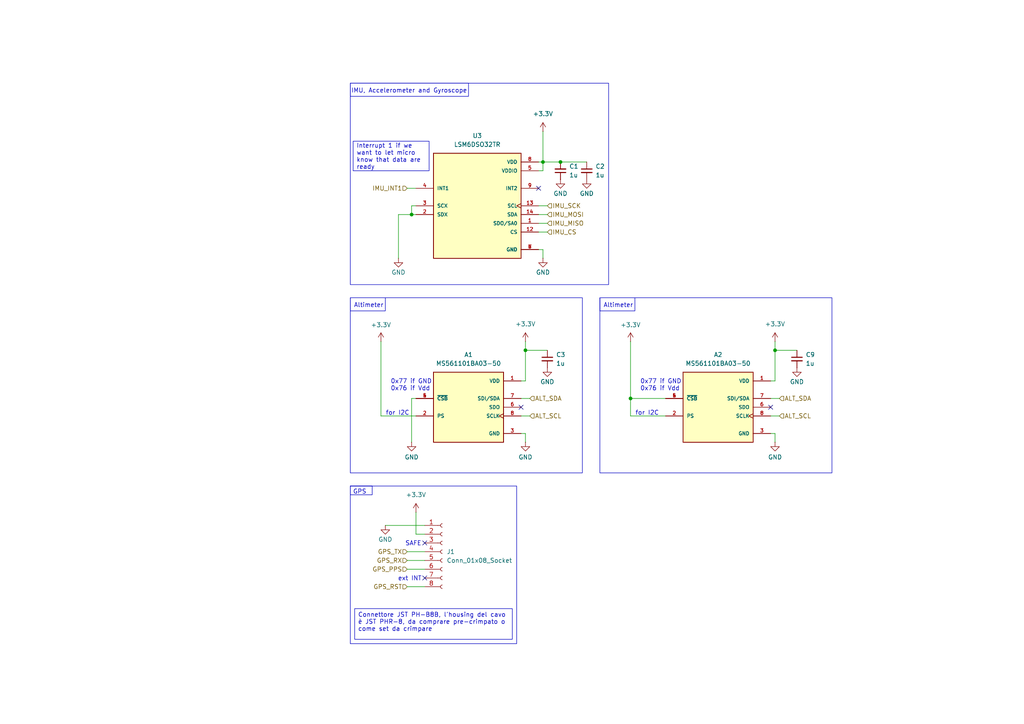
<source format=kicad_sch>
(kicad_sch
	(version 20250114)
	(generator "eeschema")
	(generator_version "9.0")
	(uuid "e4c320c5-1817-43f2-bd16-b9dccd216d6d")
	(paper "A4")
	(lib_symbols
		(symbol "Connector:Conn_01x08_Socket"
			(pin_names
				(offset 1.016)
				(hide yes)
			)
			(exclude_from_sim no)
			(in_bom yes)
			(on_board yes)
			(property "Reference" "J"
				(at 0 10.16 0)
				(effects
					(font
						(size 1.27 1.27)
					)
				)
			)
			(property "Value" "Conn_01x08_Socket"
				(at 0 -12.7 0)
				(effects
					(font
						(size 1.27 1.27)
					)
				)
			)
			(property "Footprint" ""
				(at 0 0 0)
				(effects
					(font
						(size 1.27 1.27)
					)
					(hide yes)
				)
			)
			(property "Datasheet" "~"
				(at 0 0 0)
				(effects
					(font
						(size 1.27 1.27)
					)
					(hide yes)
				)
			)
			(property "Description" "Generic connector, single row, 01x08, script generated"
				(at 0 0 0)
				(effects
					(font
						(size 1.27 1.27)
					)
					(hide yes)
				)
			)
			(property "ki_locked" ""
				(at 0 0 0)
				(effects
					(font
						(size 1.27 1.27)
					)
				)
			)
			(property "ki_keywords" "connector"
				(at 0 0 0)
				(effects
					(font
						(size 1.27 1.27)
					)
					(hide yes)
				)
			)
			(property "ki_fp_filters" "Connector*:*_1x??_*"
				(at 0 0 0)
				(effects
					(font
						(size 1.27 1.27)
					)
					(hide yes)
				)
			)
			(symbol "Conn_01x08_Socket_1_1"
				(polyline
					(pts
						(xy -1.27 7.62) (xy -0.508 7.62)
					)
					(stroke
						(width 0.1524)
						(type default)
					)
					(fill
						(type none)
					)
				)
				(polyline
					(pts
						(xy -1.27 5.08) (xy -0.508 5.08)
					)
					(stroke
						(width 0.1524)
						(type default)
					)
					(fill
						(type none)
					)
				)
				(polyline
					(pts
						(xy -1.27 2.54) (xy -0.508 2.54)
					)
					(stroke
						(width 0.1524)
						(type default)
					)
					(fill
						(type none)
					)
				)
				(polyline
					(pts
						(xy -1.27 0) (xy -0.508 0)
					)
					(stroke
						(width 0.1524)
						(type default)
					)
					(fill
						(type none)
					)
				)
				(polyline
					(pts
						(xy -1.27 -2.54) (xy -0.508 -2.54)
					)
					(stroke
						(width 0.1524)
						(type default)
					)
					(fill
						(type none)
					)
				)
				(polyline
					(pts
						(xy -1.27 -5.08) (xy -0.508 -5.08)
					)
					(stroke
						(width 0.1524)
						(type default)
					)
					(fill
						(type none)
					)
				)
				(polyline
					(pts
						(xy -1.27 -7.62) (xy -0.508 -7.62)
					)
					(stroke
						(width 0.1524)
						(type default)
					)
					(fill
						(type none)
					)
				)
				(polyline
					(pts
						(xy -1.27 -10.16) (xy -0.508 -10.16)
					)
					(stroke
						(width 0.1524)
						(type default)
					)
					(fill
						(type none)
					)
				)
				(arc
					(start 0 7.112)
					(mid -0.5058 7.62)
					(end 0 8.128)
					(stroke
						(width 0.1524)
						(type default)
					)
					(fill
						(type none)
					)
				)
				(arc
					(start 0 4.572)
					(mid -0.5058 5.08)
					(end 0 5.588)
					(stroke
						(width 0.1524)
						(type default)
					)
					(fill
						(type none)
					)
				)
				(arc
					(start 0 2.032)
					(mid -0.5058 2.54)
					(end 0 3.048)
					(stroke
						(width 0.1524)
						(type default)
					)
					(fill
						(type none)
					)
				)
				(arc
					(start 0 -0.508)
					(mid -0.5058 0)
					(end 0 0.508)
					(stroke
						(width 0.1524)
						(type default)
					)
					(fill
						(type none)
					)
				)
				(arc
					(start 0 -3.048)
					(mid -0.5058 -2.54)
					(end 0 -2.032)
					(stroke
						(width 0.1524)
						(type default)
					)
					(fill
						(type none)
					)
				)
				(arc
					(start 0 -5.588)
					(mid -0.5058 -5.08)
					(end 0 -4.572)
					(stroke
						(width 0.1524)
						(type default)
					)
					(fill
						(type none)
					)
				)
				(arc
					(start 0 -8.128)
					(mid -0.5058 -7.62)
					(end 0 -7.112)
					(stroke
						(width 0.1524)
						(type default)
					)
					(fill
						(type none)
					)
				)
				(arc
					(start 0 -10.668)
					(mid -0.5058 -10.16)
					(end 0 -9.652)
					(stroke
						(width 0.1524)
						(type default)
					)
					(fill
						(type none)
					)
				)
				(pin passive line
					(at -5.08 7.62 0)
					(length 3.81)
					(name "Pin_1"
						(effects
							(font
								(size 1.27 1.27)
							)
						)
					)
					(number "1"
						(effects
							(font
								(size 1.27 1.27)
							)
						)
					)
				)
				(pin passive line
					(at -5.08 5.08 0)
					(length 3.81)
					(name "Pin_2"
						(effects
							(font
								(size 1.27 1.27)
							)
						)
					)
					(number "2"
						(effects
							(font
								(size 1.27 1.27)
							)
						)
					)
				)
				(pin passive line
					(at -5.08 2.54 0)
					(length 3.81)
					(name "Pin_3"
						(effects
							(font
								(size 1.27 1.27)
							)
						)
					)
					(number "3"
						(effects
							(font
								(size 1.27 1.27)
							)
						)
					)
				)
				(pin passive line
					(at -5.08 0 0)
					(length 3.81)
					(name "Pin_4"
						(effects
							(font
								(size 1.27 1.27)
							)
						)
					)
					(number "4"
						(effects
							(font
								(size 1.27 1.27)
							)
						)
					)
				)
				(pin passive line
					(at -5.08 -2.54 0)
					(length 3.81)
					(name "Pin_5"
						(effects
							(font
								(size 1.27 1.27)
							)
						)
					)
					(number "5"
						(effects
							(font
								(size 1.27 1.27)
							)
						)
					)
				)
				(pin passive line
					(at -5.08 -5.08 0)
					(length 3.81)
					(name "Pin_6"
						(effects
							(font
								(size 1.27 1.27)
							)
						)
					)
					(number "6"
						(effects
							(font
								(size 1.27 1.27)
							)
						)
					)
				)
				(pin passive line
					(at -5.08 -7.62 0)
					(length 3.81)
					(name "Pin_7"
						(effects
							(font
								(size 1.27 1.27)
							)
						)
					)
					(number "7"
						(effects
							(font
								(size 1.27 1.27)
							)
						)
					)
				)
				(pin passive line
					(at -5.08 -10.16 0)
					(length 3.81)
					(name "Pin_8"
						(effects
							(font
								(size 1.27 1.27)
							)
						)
					)
					(number "8"
						(effects
							(font
								(size 1.27 1.27)
							)
						)
					)
				)
			)
			(embedded_fonts no)
		)
		(symbol "Device:C_Small"
			(pin_numbers
				(hide yes)
			)
			(pin_names
				(offset 0.254)
				(hide yes)
			)
			(exclude_from_sim no)
			(in_bom yes)
			(on_board yes)
			(property "Reference" "C"
				(at 0.254 1.778 0)
				(effects
					(font
						(size 1.27 1.27)
					)
					(justify left)
				)
			)
			(property "Value" "C_Small"
				(at 0.254 -2.032 0)
				(effects
					(font
						(size 1.27 1.27)
					)
					(justify left)
				)
			)
			(property "Footprint" ""
				(at 0 0 0)
				(effects
					(font
						(size 1.27 1.27)
					)
					(hide yes)
				)
			)
			(property "Datasheet" "~"
				(at 0 0 0)
				(effects
					(font
						(size 1.27 1.27)
					)
					(hide yes)
				)
			)
			(property "Description" "Unpolarized capacitor, small symbol"
				(at 0 0 0)
				(effects
					(font
						(size 1.27 1.27)
					)
					(hide yes)
				)
			)
			(property "ki_keywords" "capacitor cap"
				(at 0 0 0)
				(effects
					(font
						(size 1.27 1.27)
					)
					(hide yes)
				)
			)
			(property "ki_fp_filters" "C_*"
				(at 0 0 0)
				(effects
					(font
						(size 1.27 1.27)
					)
					(hide yes)
				)
			)
			(symbol "C_Small_0_1"
				(polyline
					(pts
						(xy -1.524 0.508) (xy 1.524 0.508)
					)
					(stroke
						(width 0.3048)
						(type default)
					)
					(fill
						(type none)
					)
				)
				(polyline
					(pts
						(xy -1.524 -0.508) (xy 1.524 -0.508)
					)
					(stroke
						(width 0.3302)
						(type default)
					)
					(fill
						(type none)
					)
				)
			)
			(symbol "C_Small_1_1"
				(pin passive line
					(at 0 2.54 270)
					(length 2.032)
					(name "~"
						(effects
							(font
								(size 1.27 1.27)
							)
						)
					)
					(number "1"
						(effects
							(font
								(size 1.27 1.27)
							)
						)
					)
				)
				(pin passive line
					(at 0 -2.54 90)
					(length 2.032)
					(name "~"
						(effects
							(font
								(size 1.27 1.27)
							)
						)
					)
					(number "2"
						(effects
							(font
								(size 1.27 1.27)
							)
						)
					)
				)
			)
			(embedded_fonts no)
		)
		(symbol "LSM6DSO32TR:LSM6DSO32TR"
			(pin_names
				(offset 1.016)
			)
			(exclude_from_sim no)
			(in_bom yes)
			(on_board yes)
			(property "Reference" "U"
				(at -12.7 16.002 0)
				(effects
					(font
						(size 1.27 1.27)
					)
					(justify left bottom)
				)
			)
			(property "Value" "LSM6DSO32TR"
				(at -12.7 -17.78 0)
				(effects
					(font
						(size 1.27 1.27)
					)
					(justify left bottom)
				)
			)
			(property "Footprint" "LSM6DSO32TR:XDCR_LSM6DSO32TR"
				(at 0 0 0)
				(effects
					(font
						(size 1.27 1.27)
					)
					(justify bottom)
					(hide yes)
				)
			)
			(property "Datasheet" ""
				(at 0 0 0)
				(effects
					(font
						(size 1.27 1.27)
					)
					(hide yes)
				)
			)
			(property "Description" ""
				(at 0 0 0)
				(effects
					(font
						(size 1.27 1.27)
					)
					(hide yes)
				)
			)
			(property "DigiKey_Part_Number" "497-LSM6DSO32CT-ND"
				(at 0 0 0)
				(effects
					(font
						(size 1.27 1.27)
					)
					(justify bottom)
					(hide yes)
				)
			)
			(property "SnapEDA_Link" "https://www.snapeda.com/parts/LSM6DSO32TR/STMicroelectronics/view-part/?ref=snap"
				(at 0 0 0)
				(effects
					(font
						(size 1.27 1.27)
					)
					(justify bottom)
					(hide yes)
				)
			)
			(property "MAXIMUM_PACKAGE_HEIGHT" "0.86mm"
				(at 0 0 0)
				(effects
					(font
						(size 1.27 1.27)
					)
					(justify bottom)
					(hide yes)
				)
			)
			(property "Package" "VFLGA-14 STMicroelectronics"
				(at 0 0 0)
				(effects
					(font
						(size 1.27 1.27)
					)
					(justify bottom)
					(hide yes)
				)
			)
			(property "Check_prices" "https://www.snapeda.com/parts/LSM6DSO32TR/STMicroelectronics/view-part/?ref=eda"
				(at 0 0 0)
				(effects
					(font
						(size 1.27 1.27)
					)
					(justify bottom)
					(hide yes)
				)
			)
			(property "STANDARD" "Manufacturer Recommendations"
				(at 0 0 0)
				(effects
					(font
						(size 1.27 1.27)
					)
					(justify bottom)
					(hide yes)
				)
			)
			(property "PARTREV" "1"
				(at 0 0 0)
				(effects
					(font
						(size 1.27 1.27)
					)
					(justify bottom)
					(hide yes)
				)
			)
			(property "MF" "STMicroelectronics"
				(at 0 0 0)
				(effects
					(font
						(size 1.27 1.27)
					)
					(justify bottom)
					(hide yes)
				)
			)
			(property "MP" "LSM6DSO32TR"
				(at 0 0 0)
				(effects
					(font
						(size 1.27 1.27)
					)
					(justify bottom)
					(hide yes)
				)
			)
			(property "Description_1" "Accelerometer, Gyroscope, Temperature, 6 Axis Sensor I2C, SPI Output"
				(at 0 0 0)
				(effects
					(font
						(size 1.27 1.27)
					)
					(justify bottom)
					(hide yes)
				)
			)
			(property "MANUFACTURER" "STMicroelectronics"
				(at 0 0 0)
				(effects
					(font
						(size 1.27 1.27)
					)
					(justify bottom)
					(hide yes)
				)
			)
			(symbol "LSM6DSO32TR_0_0"
				(rectangle
					(start -12.7 -15.24)
					(end 12.7 15.24)
					(stroke
						(width 0.254)
						(type default)
					)
					(fill
						(type background)
					)
				)
				(pin input line
					(at -17.78 5.08 0)
					(length 5.08)
					(name "INT1"
						(effects
							(font
								(size 1.016 1.016)
							)
						)
					)
					(number "4"
						(effects
							(font
								(size 1.016 1.016)
							)
						)
					)
				)
				(pin passive line
					(at -17.78 0 0)
					(length 5.08)
					(name "SCX"
						(effects
							(font
								(size 1.016 1.016)
							)
						)
					)
					(number "3"
						(effects
							(font
								(size 1.016 1.016)
							)
						)
					)
				)
				(pin passive line
					(at -17.78 -2.54 0)
					(length 5.08)
					(name "SDX"
						(effects
							(font
								(size 1.016 1.016)
							)
						)
					)
					(number "2"
						(effects
							(font
								(size 1.016 1.016)
							)
						)
					)
				)
				(pin no_connect line
					(at -17.78 -7.62 0)
					(length 5.08)
					(hide yes)
					(name "NC"
						(effects
							(font
								(size 1.016 1.016)
							)
						)
					)
					(number "11"
						(effects
							(font
								(size 1.016 1.016)
							)
						)
					)
				)
				(pin no_connect line
					(at -17.78 -10.16 0)
					(length 5.08)
					(hide yes)
					(name "NC"
						(effects
							(font
								(size 1.016 1.016)
							)
						)
					)
					(number "10"
						(effects
							(font
								(size 1.016 1.016)
							)
						)
					)
				)
				(pin power_in line
					(at 17.78 12.7 180)
					(length 5.08)
					(name "VDD"
						(effects
							(font
								(size 1.016 1.016)
							)
						)
					)
					(number "8"
						(effects
							(font
								(size 1.016 1.016)
							)
						)
					)
				)
				(pin power_in line
					(at 17.78 10.16 180)
					(length 5.08)
					(name "VDDIO"
						(effects
							(font
								(size 1.016 1.016)
							)
						)
					)
					(number "5"
						(effects
							(font
								(size 1.016 1.016)
							)
						)
					)
				)
				(pin output line
					(at 17.78 5.08 180)
					(length 5.08)
					(name "INT2"
						(effects
							(font
								(size 1.016 1.016)
							)
						)
					)
					(number "9"
						(effects
							(font
								(size 1.016 1.016)
							)
						)
					)
				)
				(pin input clock
					(at 17.78 0 180)
					(length 5.08)
					(name "SCL"
						(effects
							(font
								(size 1.016 1.016)
							)
						)
					)
					(number "13"
						(effects
							(font
								(size 1.016 1.016)
							)
						)
					)
				)
				(pin bidirectional line
					(at 17.78 -2.54 180)
					(length 5.08)
					(name "SDA"
						(effects
							(font
								(size 1.016 1.016)
							)
						)
					)
					(number "14"
						(effects
							(font
								(size 1.016 1.016)
							)
						)
					)
				)
				(pin bidirectional line
					(at 17.78 -5.08 180)
					(length 5.08)
					(name "SDO/SA0"
						(effects
							(font
								(size 1.016 1.016)
							)
						)
					)
					(number "1"
						(effects
							(font
								(size 1.016 1.016)
							)
						)
					)
				)
				(pin input line
					(at 17.78 -7.62 180)
					(length 5.08)
					(name "CS"
						(effects
							(font
								(size 1.016 1.016)
							)
						)
					)
					(number "12"
						(effects
							(font
								(size 1.016 1.016)
							)
						)
					)
				)
				(pin power_in line
					(at 17.78 -12.7 180)
					(length 5.08)
					(name "GND"
						(effects
							(font
								(size 1.016 1.016)
							)
						)
					)
					(number "6"
						(effects
							(font
								(size 1.016 1.016)
							)
						)
					)
				)
				(pin power_in line
					(at 17.78 -12.7 180)
					(length 5.08)
					(name "GND"
						(effects
							(font
								(size 1.016 1.016)
							)
						)
					)
					(number "7"
						(effects
							(font
								(size 1.016 1.016)
							)
						)
					)
				)
			)
			(embedded_fonts no)
		)
		(symbol "MS561101BA03-50:MS561101BA03-50"
			(pin_names
				(offset 1.016)
			)
			(exclude_from_sim no)
			(in_bom yes)
			(on_board yes)
			(property "Reference" "A"
				(at -10.16 10.922 0)
				(effects
					(font
						(size 1.27 1.27)
					)
					(justify left bottom)
				)
			)
			(property "Value" "MS561101BA03-50"
				(at -10.16 -12.7 0)
				(effects
					(font
						(size 1.27 1.27)
					)
					(justify left bottom)
				)
			)
			(property "Footprint" "MS561101BA03-50:XDCR_MS561101BA03-50"
				(at 0 0 0)
				(effects
					(font
						(size 1.27 1.27)
					)
					(justify bottom)
					(hide yes)
				)
			)
			(property "Datasheet" ""
				(at 0 0 0)
				(effects
					(font
						(size 1.27 1.27)
					)
					(hide yes)
				)
			)
			(property "Description" ""
				(at 0 0 0)
				(effects
					(font
						(size 1.27 1.27)
					)
					(hide yes)
				)
			)
			(property "Comment" "MS561101BA03-50"
				(at 0 0 0)
				(effects
					(font
						(size 1.27 1.27)
					)
					(justify bottom)
					(hide yes)
				)
			)
			(property "MF" "TE Connectivity"
				(at 0 0 0)
				(effects
					(font
						(size 1.27 1.27)
					)
					(justify bottom)
					(hide yes)
				)
			)
			(property "MAXIMUM_PACKAGE_HEIGHT" "1.1mm"
				(at 0 0 0)
				(effects
					(font
						(size 1.27 1.27)
					)
					(justify bottom)
					(hide yes)
				)
			)
			(property "Package" "SMD-8 Measurement Specialties"
				(at 0 0 0)
				(effects
					(font
						(size 1.27 1.27)
					)
					(justify bottom)
					(hide yes)
				)
			)
			(property "Price" "None"
				(at 0 0 0)
				(effects
					(font
						(size 1.27 1.27)
					)
					(justify bottom)
					(hide yes)
				)
			)
			(property "Check_prices" "https://www.snapeda.com/parts/MS561101BA03-50/TE+Connectivity+Alcoswitch+Switches/view-part/?ref=eda"
				(at 0 0 0)
				(effects
					(font
						(size 1.27 1.27)
					)
					(justify bottom)
					(hide yes)
				)
			)
			(property "STANDARD" "Manufacturer Recommendations"
				(at 0 0 0)
				(effects
					(font
						(size 1.27 1.27)
					)
					(justify bottom)
					(hide yes)
				)
			)
			(property "PARTREV" "06/2017"
				(at 0 0 0)
				(effects
					(font
						(size 1.27 1.27)
					)
					(justify bottom)
					(hide yes)
				)
			)
			(property "SnapEDA_Link" "https://www.snapeda.com/parts/MS561101BA03-50/TE+Connectivity+Alcoswitch+Switches/view-part/?ref=snap"
				(at 0 0 0)
				(effects
					(font
						(size 1.27 1.27)
					)
					(justify bottom)
					(hide yes)
				)
			)
			(property "MP" "MS561101BA03-50"
				(at 0 0 0)
				(effects
					(font
						(size 1.27 1.27)
					)
					(justify bottom)
					(hide yes)
				)
			)
			(property "Description_1" "BAROMETRIC PRESSURE SENSOR"
				(at 0 0 0)
				(effects
					(font
						(size 1.27 1.27)
					)
					(justify bottom)
					(hide yes)
				)
			)
			(property "Availability" "In Stock"
				(at 0 0 0)
				(effects
					(font
						(size 1.27 1.27)
					)
					(justify bottom)
					(hide yes)
				)
			)
			(property "MANUFACTURER" "TE Connectivity"
				(at 0 0 0)
				(effects
					(font
						(size 1.27 1.27)
					)
					(justify bottom)
					(hide yes)
				)
			)
			(symbol "MS561101BA03-50_0_0"
				(rectangle
					(start -10.16 -10.16)
					(end 10.16 10.16)
					(stroke
						(width 0.254)
						(type default)
					)
					(fill
						(type background)
					)
				)
				(pin input line
					(at -15.24 2.54 0)
					(length 5.08)
					(name "~{CSB}"
						(effects
							(font
								(size 1.016 1.016)
							)
						)
					)
					(number "4"
						(effects
							(font
								(size 1.016 1.016)
							)
						)
					)
				)
				(pin input line
					(at -15.24 2.54 0)
					(length 5.08)
					(name "~{CSB}"
						(effects
							(font
								(size 1.016 1.016)
							)
						)
					)
					(number "5"
						(effects
							(font
								(size 1.016 1.016)
							)
						)
					)
				)
				(pin input line
					(at -15.24 -2.54 0)
					(length 5.08)
					(name "PS"
						(effects
							(font
								(size 1.016 1.016)
							)
						)
					)
					(number "2"
						(effects
							(font
								(size 1.016 1.016)
							)
						)
					)
				)
				(pin power_in line
					(at 15.24 7.62 180)
					(length 5.08)
					(name "VDD"
						(effects
							(font
								(size 1.016 1.016)
							)
						)
					)
					(number "1"
						(effects
							(font
								(size 1.016 1.016)
							)
						)
					)
				)
				(pin bidirectional line
					(at 15.24 2.54 180)
					(length 5.08)
					(name "SDI/SDA"
						(effects
							(font
								(size 1.016 1.016)
							)
						)
					)
					(number "7"
						(effects
							(font
								(size 1.016 1.016)
							)
						)
					)
				)
				(pin output line
					(at 15.24 0 180)
					(length 5.08)
					(name "SDO"
						(effects
							(font
								(size 1.016 1.016)
							)
						)
					)
					(number "6"
						(effects
							(font
								(size 1.016 1.016)
							)
						)
					)
				)
				(pin input clock
					(at 15.24 -2.54 180)
					(length 5.08)
					(name "SCLK"
						(effects
							(font
								(size 1.016 1.016)
							)
						)
					)
					(number "8"
						(effects
							(font
								(size 1.016 1.016)
							)
						)
					)
				)
				(pin power_in line
					(at 15.24 -7.62 180)
					(length 5.08)
					(name "GND"
						(effects
							(font
								(size 1.016 1.016)
							)
						)
					)
					(number "3"
						(effects
							(font
								(size 1.016 1.016)
							)
						)
					)
				)
			)
			(embedded_fonts no)
		)
		(symbol "power:+3.3V"
			(power)
			(pin_numbers
				(hide yes)
			)
			(pin_names
				(offset 0)
				(hide yes)
			)
			(exclude_from_sim no)
			(in_bom yes)
			(on_board yes)
			(property "Reference" "#PWR"
				(at 0 -3.81 0)
				(effects
					(font
						(size 1.27 1.27)
					)
					(hide yes)
				)
			)
			(property "Value" "+3.3V"
				(at 0 3.556 0)
				(effects
					(font
						(size 1.27 1.27)
					)
				)
			)
			(property "Footprint" ""
				(at 0 0 0)
				(effects
					(font
						(size 1.27 1.27)
					)
					(hide yes)
				)
			)
			(property "Datasheet" ""
				(at 0 0 0)
				(effects
					(font
						(size 1.27 1.27)
					)
					(hide yes)
				)
			)
			(property "Description" "Power symbol creates a global label with name \"+3.3V\""
				(at 0 0 0)
				(effects
					(font
						(size 1.27 1.27)
					)
					(hide yes)
				)
			)
			(property "ki_keywords" "global power"
				(at 0 0 0)
				(effects
					(font
						(size 1.27 1.27)
					)
					(hide yes)
				)
			)
			(symbol "+3.3V_0_1"
				(polyline
					(pts
						(xy -0.762 1.27) (xy 0 2.54)
					)
					(stroke
						(width 0)
						(type default)
					)
					(fill
						(type none)
					)
				)
				(polyline
					(pts
						(xy 0 2.54) (xy 0.762 1.27)
					)
					(stroke
						(width 0)
						(type default)
					)
					(fill
						(type none)
					)
				)
				(polyline
					(pts
						(xy 0 0) (xy 0 2.54)
					)
					(stroke
						(width 0)
						(type default)
					)
					(fill
						(type none)
					)
				)
			)
			(symbol "+3.3V_1_1"
				(pin power_in line
					(at 0 0 90)
					(length 0)
					(name "~"
						(effects
							(font
								(size 1.27 1.27)
							)
						)
					)
					(number "1"
						(effects
							(font
								(size 1.27 1.27)
							)
						)
					)
				)
			)
			(embedded_fonts no)
		)
		(symbol "power:GND"
			(power)
			(pin_numbers
				(hide yes)
			)
			(pin_names
				(offset 0)
				(hide yes)
			)
			(exclude_from_sim no)
			(in_bom yes)
			(on_board yes)
			(property "Reference" "#PWR"
				(at 0 -6.35 0)
				(effects
					(font
						(size 1.27 1.27)
					)
					(hide yes)
				)
			)
			(property "Value" "GND"
				(at 0 -3.81 0)
				(effects
					(font
						(size 1.27 1.27)
					)
				)
			)
			(property "Footprint" ""
				(at 0 0 0)
				(effects
					(font
						(size 1.27 1.27)
					)
					(hide yes)
				)
			)
			(property "Datasheet" ""
				(at 0 0 0)
				(effects
					(font
						(size 1.27 1.27)
					)
					(hide yes)
				)
			)
			(property "Description" "Power symbol creates a global label with name \"GND\" , ground"
				(at 0 0 0)
				(effects
					(font
						(size 1.27 1.27)
					)
					(hide yes)
				)
			)
			(property "ki_keywords" "global power"
				(at 0 0 0)
				(effects
					(font
						(size 1.27 1.27)
					)
					(hide yes)
				)
			)
			(symbol "GND_0_1"
				(polyline
					(pts
						(xy 0 0) (xy 0 -1.27) (xy 1.27 -1.27) (xy 0 -2.54) (xy -1.27 -1.27) (xy 0 -1.27)
					)
					(stroke
						(width 0)
						(type default)
					)
					(fill
						(type none)
					)
				)
			)
			(symbol "GND_1_1"
				(pin power_in line
					(at 0 0 270)
					(length 0)
					(name "~"
						(effects
							(font
								(size 1.27 1.27)
							)
						)
					)
					(number "1"
						(effects
							(font
								(size 1.27 1.27)
							)
						)
					)
				)
			)
			(embedded_fonts no)
		)
	)
	(rectangle
		(start 173.99 86.36)
		(end 184.15 90.17)
		(stroke
			(width 0)
			(type default)
		)
		(fill
			(type none)
		)
		(uuid 1e164177-6f83-4fba-b9c3-2ebc49fc02ed)
	)
	(rectangle
		(start 101.6 86.36)
		(end 111.76 90.17)
		(stroke
			(width 0)
			(type default)
		)
		(fill
			(type none)
		)
		(uuid 2a7e87e5-3cb2-4b13-bb91-5a3c6175ab59)
	)
	(rectangle
		(start 101.6 140.97)
		(end 107.95 143.51)
		(stroke
			(width 0)
			(type default)
		)
		(fill
			(type none)
		)
		(uuid 2f8828ef-c43d-40c3-9b93-a48069c7783b)
	)
	(rectangle
		(start 101.6 24.13)
		(end 135.89 27.94)
		(stroke
			(width 0)
			(type default)
		)
		(fill
			(type none)
		)
		(uuid 40431185-7ced-40cf-b6f5-0687f08ac464)
	)
	(rectangle
		(start 101.6 86.36)
		(end 168.91 137.16)
		(stroke
			(width 0)
			(type default)
		)
		(fill
			(type none)
		)
		(uuid 70852c20-5512-40e3-bdbd-68a3683834c0)
	)
	(rectangle
		(start 101.6 140.97)
		(end 149.86 186.69)
		(stroke
			(width 0)
			(type default)
		)
		(fill
			(type none)
		)
		(uuid 73bf01f4-7298-4694-bffb-1b809945e1f7)
	)
	(rectangle
		(start 101.6 24.13)
		(end 176.53 82.55)
		(stroke
			(width 0)
			(type default)
		)
		(fill
			(type none)
		)
		(uuid 99058a73-df48-4cf9-bf73-9d6b8d55a8e6)
	)
	(rectangle
		(start 173.99 86.36)
		(end 241.3 137.16)
		(stroke
			(width 0)
			(type default)
		)
		(fill
			(type none)
		)
		(uuid 9bcb5221-9f59-482f-b2d8-848ec81b47a4)
	)
	(text "Altimeter"
		(exclude_from_sim no)
		(at 175.006 88.646 0)
		(effects
			(font
				(size 1.27 1.27)
			)
			(justify left)
		)
		(uuid "0e5bdf2d-b48c-45b6-9f35-05167ba5c1e4")
	)
	(text "Altimeter"
		(exclude_from_sim no)
		(at 102.616 88.646 0)
		(effects
			(font
				(size 1.27 1.27)
			)
			(justify left)
		)
		(uuid "20a701d2-f0b2-4b62-949e-d878a4cdf0a0")
	)
	(text "for I2C"
		(exclude_from_sim no)
		(at 187.706 119.888 0)
		(effects
			(font
				(size 1.27 1.27)
			)
		)
		(uuid "6a41dc3a-a118-4659-9afa-db0207806ad8")
	)
	(text "IMU, Accelerometer and Gyroscope"
		(exclude_from_sim no)
		(at 101.854 26.416 0)
		(effects
			(font
				(size 1.27 1.27)
			)
			(justify left)
		)
		(uuid "74347afb-9c27-4b90-ab86-8ef65ed4db33")
	)
	(text "for I2C"
		(exclude_from_sim no)
		(at 115.316 119.888 0)
		(effects
			(font
				(size 1.27 1.27)
			)
		)
		(uuid "79e104d8-b738-4b0f-8338-636d3a39bfbf")
	)
	(text "0x77 if GND\n0x76 if Vdd"
		(exclude_from_sim no)
		(at 185.674 111.76 0)
		(effects
			(font
				(size 1.27 1.27)
			)
			(justify left)
		)
		(uuid "83443775-bb37-4bd3-a6a7-3883416475a1")
	)
	(text "ext INT"
		(exclude_from_sim no)
		(at 118.872 167.894 0)
		(effects
			(font
				(size 1.27 1.27)
			)
		)
		(uuid "871eec4f-1330-481d-a94a-d0eb483d2689")
	)
	(text "0x77 if GND\n0x76 if Vdd"
		(exclude_from_sim no)
		(at 113.284 111.76 0)
		(effects
			(font
				(size 1.27 1.27)
			)
			(justify left)
		)
		(uuid "8ac4e0c8-cb1f-4bd8-afa3-6a6b3c1ac78b")
	)
	(text "SAFE"
		(exclude_from_sim no)
		(at 119.888 157.734 0)
		(effects
			(font
				(size 1.27 1.27)
			)
		)
		(uuid "b2c6eb92-6286-429b-a353-4388862bf79d")
	)
	(text "GPS"
		(exclude_from_sim no)
		(at 102.362 142.748 0)
		(effects
			(font
				(size 1.27 1.27)
			)
			(justify left)
		)
		(uuid "ecb36c55-1aee-4dac-acea-a7c62c2d8e3e")
	)
	(text_box "Connettore JST PH-B8B, l'housing del cavo è JST PHR-8, da comprare pre-crimpato o come set da crimpare"
		(exclude_from_sim no)
		(at 102.87 176.53 0)
		(size 45.72 8.89)
		(margins 0.9525 0.9525 0.9525 0.9525)
		(stroke
			(width 0)
			(type solid)
		)
		(fill
			(type none)
		)
		(effects
			(font
				(size 1.27 1.27)
			)
			(justify left top)
		)
		(uuid "76811cb2-3e24-4d75-a96b-c8f664fb73fe")
	)
	(text_box "Interrupt 1 if we want to let micro know that data are ready\n"
		(exclude_from_sim no)
		(at 102.4256 40.952 0)
		(size 22.0344 8.578)
		(margins 0.9525 0.9525 0.9525 0.9525)
		(stroke
			(width 0)
			(type default)
		)
		(fill
			(type none)
		)
		(effects
			(font
				(size 1.27 1.27)
			)
			(justify left)
		)
		(uuid "d10c58e2-ae08-4071-b829-9ca5ec5a2c7a")
	)
	(junction
		(at 157.48 46.99)
		(diameter 0)
		(color 0 0 0 0)
		(uuid "168868b2-5ea8-41f3-aa65-7eebdd8f247b")
	)
	(junction
		(at 224.79 101.6)
		(diameter 0)
		(color 0 0 0 0)
		(uuid "6394c75f-203b-4889-8f85-9a2e3a618c6b")
	)
	(junction
		(at 182.88 115.57)
		(diameter 0)
		(color 0 0 0 0)
		(uuid "81772ccd-c1af-4715-8a62-3c3b21902138")
	)
	(junction
		(at 152.4 101.6)
		(diameter 0)
		(color 0 0 0 0)
		(uuid "94dfa668-a1ee-4a59-abf5-61f9b1470368")
	)
	(junction
		(at 119.38 62.23)
		(diameter 0)
		(color 0 0 0 0)
		(uuid "d571e48e-e7f4-462a-a713-68c5d4640ebe")
	)
	(junction
		(at 162.56 46.99)
		(diameter 0)
		(color 0 0 0 0)
		(uuid "ec23e753-4a0b-4950-83e5-e047c71392a1")
	)
	(no_connect
		(at 223.52 118.11)
		(uuid "1f625a1d-4186-48de-a9aa-469544ee2daa")
	)
	(no_connect
		(at 151.13 118.11)
		(uuid "5e3fe395-48f5-4644-afa7-adda6568abe1")
	)
	(no_connect
		(at 123.19 167.64)
		(uuid "90215b26-f3a1-49f4-a2dc-2d8c79ac39cb")
	)
	(no_connect
		(at 123.19 157.48)
		(uuid "ae2e1524-37d9-477e-9fbe-46c0a799e2ad")
	)
	(no_connect
		(at 156.21 54.61)
		(uuid "f38d9c42-9f13-45aa-8403-8531d410dee1")
	)
	(wire
		(pts
			(xy 182.88 115.57) (xy 193.04 115.57)
		)
		(stroke
			(width 0)
			(type default)
		)
		(uuid "0e348cc3-b311-4fd0-be54-8997839bcd6a")
	)
	(wire
		(pts
			(xy 157.48 46.99) (xy 162.56 46.99)
		)
		(stroke
			(width 0)
			(type default)
		)
		(uuid "0f8d3b1c-2a1c-413a-ab05-348fba439856")
	)
	(wire
		(pts
			(xy 157.48 46.99) (xy 157.48 49.53)
		)
		(stroke
			(width 0)
			(type default)
		)
		(uuid "109c8f56-47f9-480a-b38a-0e3c17c1b8d9")
	)
	(wire
		(pts
			(xy 152.4 101.6) (xy 158.75 101.6)
		)
		(stroke
			(width 0)
			(type default)
		)
		(uuid "118d04b2-999b-48b8-b5c2-35a08057db9e")
	)
	(wire
		(pts
			(xy 152.4 99.06) (xy 152.4 101.6)
		)
		(stroke
			(width 0)
			(type default)
		)
		(uuid "1567da2c-c239-4c07-a5f1-cfed760f7e32")
	)
	(wire
		(pts
			(xy 156.21 46.99) (xy 157.48 46.99)
		)
		(stroke
			(width 0)
			(type default)
		)
		(uuid "1fd151d5-4865-4b9b-a857-ba2f4b784492")
	)
	(wire
		(pts
			(xy 156.21 67.31) (xy 158.75 67.31)
		)
		(stroke
			(width 0)
			(type default)
		)
		(uuid "238179c0-9ad5-4990-b76c-32bfbf41b806")
	)
	(wire
		(pts
			(xy 157.48 72.39) (xy 156.21 72.39)
		)
		(stroke
			(width 0)
			(type default)
		)
		(uuid "38978a38-5f96-4adf-bcd5-cd20d81821a5")
	)
	(wire
		(pts
			(xy 153.67 120.65) (xy 151.13 120.65)
		)
		(stroke
			(width 0)
			(type default)
		)
		(uuid "4b3265f0-4bc2-4698-b08d-3a2f9f1d1722")
	)
	(wire
		(pts
			(xy 156.21 49.53) (xy 157.48 49.53)
		)
		(stroke
			(width 0)
			(type default)
		)
		(uuid "50754d7b-8270-4bc4-9a64-9584c396b563")
	)
	(wire
		(pts
			(xy 182.88 120.65) (xy 182.88 115.57)
		)
		(stroke
			(width 0)
			(type default)
		)
		(uuid "5333a587-f1b1-433c-bb06-4c55cd8a6545")
	)
	(wire
		(pts
			(xy 119.38 115.57) (xy 120.65 115.57)
		)
		(stroke
			(width 0)
			(type default)
		)
		(uuid "56d7a394-ee79-4653-a6af-1869c639d457")
	)
	(wire
		(pts
			(xy 157.48 72.39) (xy 157.48 74.93)
		)
		(stroke
			(width 0)
			(type default)
		)
		(uuid "623e94ea-ede4-4c19-8951-cba002230035")
	)
	(wire
		(pts
			(xy 156.21 62.23) (xy 158.75 62.23)
		)
		(stroke
			(width 0)
			(type default)
		)
		(uuid "638f348a-e7ac-4649-bb50-a49da13a66a9")
	)
	(wire
		(pts
			(xy 118.11 54.61) (xy 120.65 54.61)
		)
		(stroke
			(width 0)
			(type default)
		)
		(uuid "660368ac-c160-4e09-8272-1959ac29f3f8")
	)
	(wire
		(pts
			(xy 118.11 162.56) (xy 123.19 162.56)
		)
		(stroke
			(width 0)
			(type default)
		)
		(uuid "67c6c93e-9132-4218-9e3a-aecc5211d9ee")
	)
	(wire
		(pts
			(xy 110.49 120.65) (xy 110.49 99.06)
		)
		(stroke
			(width 0)
			(type default)
		)
		(uuid "6afc799b-6d69-4a15-9fb5-a577617d8ced")
	)
	(wire
		(pts
			(xy 120.65 154.94) (xy 120.65 148.59)
		)
		(stroke
			(width 0)
			(type default)
		)
		(uuid "6d5cdd64-0fc5-4df3-9a84-21ae28ccb25c")
	)
	(wire
		(pts
			(xy 224.79 99.06) (xy 224.79 101.6)
		)
		(stroke
			(width 0)
			(type default)
		)
		(uuid "6dce2765-2b86-45ee-9ebd-468fd8019509")
	)
	(wire
		(pts
			(xy 119.38 128.27) (xy 119.38 115.57)
		)
		(stroke
			(width 0)
			(type default)
		)
		(uuid "707d454c-7ec4-4962-b4f2-682b335037ab")
	)
	(wire
		(pts
			(xy 118.11 160.02) (xy 123.19 160.02)
		)
		(stroke
			(width 0)
			(type default)
		)
		(uuid "7164608e-bbb4-4faa-9a17-0e768fa4790d")
	)
	(wire
		(pts
			(xy 123.19 154.94) (xy 120.65 154.94)
		)
		(stroke
			(width 0)
			(type default)
		)
		(uuid "7179a99a-8be3-4661-8d45-cdae5b968969")
	)
	(wire
		(pts
			(xy 118.11 170.18) (xy 123.19 170.18)
		)
		(stroke
			(width 0)
			(type default)
		)
		(uuid "7bc0da82-6622-42b5-9a1c-0d69d62f5a0a")
	)
	(wire
		(pts
			(xy 151.13 125.73) (xy 152.4 125.73)
		)
		(stroke
			(width 0)
			(type default)
		)
		(uuid "7fb3a511-9a26-45f0-8d0a-cad7c0967e5a")
	)
	(wire
		(pts
			(xy 224.79 101.6) (xy 224.79 110.49)
		)
		(stroke
			(width 0)
			(type default)
		)
		(uuid "8bd37433-8d2a-4cf1-9853-462143dc9abf")
	)
	(wire
		(pts
			(xy 110.49 120.65) (xy 120.65 120.65)
		)
		(stroke
			(width 0)
			(type default)
		)
		(uuid "93354cc7-33bc-4de7-b48d-1c405100fc86")
	)
	(wire
		(pts
			(xy 153.67 115.57) (xy 151.13 115.57)
		)
		(stroke
			(width 0)
			(type default)
		)
		(uuid "94ef915e-2e98-4088-a3e2-cb87b0287af4")
	)
	(wire
		(pts
			(xy 119.38 62.23) (xy 120.65 62.23)
		)
		(stroke
			(width 0)
			(type default)
		)
		(uuid "95306750-9d79-466e-a721-93c5c57747ad")
	)
	(wire
		(pts
			(xy 182.88 115.57) (xy 182.88 99.06)
		)
		(stroke
			(width 0)
			(type default)
		)
		(uuid "97d53942-5d58-4e2c-8860-289ff98f7043")
	)
	(wire
		(pts
			(xy 152.4 110.49) (xy 151.13 110.49)
		)
		(stroke
			(width 0)
			(type default)
		)
		(uuid "a2c0cd79-427d-49d7-bbd4-e27a071eedc0")
	)
	(wire
		(pts
			(xy 182.88 120.65) (xy 193.04 120.65)
		)
		(stroke
			(width 0)
			(type default)
		)
		(uuid "a5158785-82fe-482a-a7da-3305c60fed4f")
	)
	(wire
		(pts
			(xy 156.21 64.77) (xy 158.75 64.77)
		)
		(stroke
			(width 0)
			(type default)
		)
		(uuid "a6cbfb53-3af5-401e-93eb-aeb668af16f4")
	)
	(wire
		(pts
			(xy 156.21 59.69) (xy 158.75 59.69)
		)
		(stroke
			(width 0)
			(type default)
		)
		(uuid "a70cd957-7d53-451f-a245-072316b29380")
	)
	(wire
		(pts
			(xy 118.11 165.1) (xy 123.19 165.1)
		)
		(stroke
			(width 0)
			(type default)
		)
		(uuid "ad081340-d2f0-493a-9d94-3f622f713871")
	)
	(wire
		(pts
			(xy 157.48 46.99) (xy 157.48 38.1)
		)
		(stroke
			(width 0)
			(type default)
		)
		(uuid "ad133692-979c-4ba5-b114-7537301b2364")
	)
	(wire
		(pts
			(xy 223.52 125.73) (xy 224.79 125.73)
		)
		(stroke
			(width 0)
			(type default)
		)
		(uuid "ae3dfbe9-cb3d-4e15-a211-a68017761cb0")
	)
	(wire
		(pts
			(xy 120.65 59.69) (xy 119.38 59.69)
		)
		(stroke
			(width 0)
			(type default)
		)
		(uuid "b319eae3-403b-4d67-be09-b1742395ed51")
	)
	(wire
		(pts
			(xy 226.06 115.57) (xy 223.52 115.57)
		)
		(stroke
			(width 0)
			(type default)
		)
		(uuid "b6eece52-a93b-4127-9dc4-f706af7804bd")
	)
	(wire
		(pts
			(xy 224.79 110.49) (xy 223.52 110.49)
		)
		(stroke
			(width 0)
			(type default)
		)
		(uuid "b884d003-a93b-49ea-80be-08a492bc142e")
	)
	(wire
		(pts
			(xy 162.56 46.99) (xy 170.18 46.99)
		)
		(stroke
			(width 0)
			(type default)
		)
		(uuid "bd1e156e-7643-488d-aad0-32dc7a77c5eb")
	)
	(wire
		(pts
			(xy 226.06 120.65) (xy 223.52 120.65)
		)
		(stroke
			(width 0)
			(type default)
		)
		(uuid "be5d1dc3-1cdf-46c3-910e-7cada154b0b0")
	)
	(wire
		(pts
			(xy 224.79 125.73) (xy 224.79 128.27)
		)
		(stroke
			(width 0)
			(type default)
		)
		(uuid "c36aa040-ad1b-45b9-8f92-16a5be8ec727")
	)
	(wire
		(pts
			(xy 119.38 59.69) (xy 119.38 62.23)
		)
		(stroke
			(width 0)
			(type default)
		)
		(uuid "cea82531-0bf8-4759-9881-00d54ede0640")
	)
	(wire
		(pts
			(xy 115.57 62.23) (xy 115.57 74.93)
		)
		(stroke
			(width 0)
			(type default)
		)
		(uuid "d3ee8039-563c-4d65-8802-9a57ae9b5cca")
	)
	(wire
		(pts
			(xy 111.76 152.4) (xy 123.19 152.4)
		)
		(stroke
			(width 0)
			(type default)
		)
		(uuid "d892d8ba-5cff-42de-a7c3-e33787b93a1e")
	)
	(wire
		(pts
			(xy 152.4 101.6) (xy 152.4 110.49)
		)
		(stroke
			(width 0)
			(type default)
		)
		(uuid "e654c685-004d-43b1-8e30-29ef46b62f05")
	)
	(wire
		(pts
			(xy 152.4 125.73) (xy 152.4 128.27)
		)
		(stroke
			(width 0)
			(type default)
		)
		(uuid "e6e2d066-3e2a-4dbc-be82-98cb6d0c25d4")
	)
	(wire
		(pts
			(xy 224.79 101.6) (xy 231.14 101.6)
		)
		(stroke
			(width 0)
			(type default)
		)
		(uuid "ee1c5169-eaf2-41be-83e9-c605eecf5876")
	)
	(wire
		(pts
			(xy 115.57 62.23) (xy 119.38 62.23)
		)
		(stroke
			(width 0)
			(type default)
		)
		(uuid "ffedb17b-0f5d-4945-9973-c5de19790af9")
	)
	(hierarchical_label "GPS_PPS"
		(shape input)
		(at 118.11 165.1 180)
		(effects
			(font
				(size 1.27 1.27)
			)
			(justify right)
		)
		(uuid "09d7398b-4ca6-4b68-99e3-f55f2becdb3d")
	)
	(hierarchical_label "ALT_SCL"
		(shape input)
		(at 153.67 120.65 0)
		(effects
			(font
				(size 1.27 1.27)
			)
			(justify left)
		)
		(uuid "14a1d0e6-0c82-485f-a12a-b26f98aa8951")
	)
	(hierarchical_label "IMU_CS"
		(shape input)
		(at 158.75 67.31 0)
		(effects
			(font
				(size 1.27 1.27)
			)
			(justify left)
		)
		(uuid "5b45ea01-89c7-4b4e-a5d7-40fba207ef4f")
	)
	(hierarchical_label "IMU_SCK"
		(shape input)
		(at 158.75 59.69 0)
		(effects
			(font
				(size 1.27 1.27)
			)
			(justify left)
		)
		(uuid "69f66116-b0d3-43bd-8d29-ff175ababc40")
	)
	(hierarchical_label "IMU_MISO"
		(shape input)
		(at 158.75 64.77 0)
		(effects
			(font
				(size 1.27 1.27)
			)
			(justify left)
		)
		(uuid "76c68f50-fd05-437f-bb25-a9151e77aacb")
	)
	(hierarchical_label "ALT_SDA"
		(shape input)
		(at 226.06 115.57 0)
		(effects
			(font
				(size 1.27 1.27)
			)
			(justify left)
		)
		(uuid "864cb648-437f-4f9c-9463-72f4bea101a1")
	)
	(hierarchical_label "IMU_INT1"
		(shape input)
		(at 118.11 54.61 180)
		(effects
			(font
				(size 1.27 1.27)
			)
			(justify right)
		)
		(uuid "8c942a94-47d3-4bf5-9964-70e2662dca86")
	)
	(hierarchical_label "IMU_MOSI"
		(shape input)
		(at 158.75 62.23 0)
		(effects
			(font
				(size 1.27 1.27)
			)
			(justify left)
		)
		(uuid "8cd94d35-2e24-4668-b68c-28bbeeb81148")
	)
	(hierarchical_label "GPS_RST"
		(shape input)
		(at 118.11 170.18 180)
		(effects
			(font
				(size 1.27 1.27)
			)
			(justify right)
		)
		(uuid "a3849209-75da-4be3-badd-71d6503daea5")
	)
	(hierarchical_label "GPS_RX"
		(shape input)
		(at 118.11 162.56 180)
		(effects
			(font
				(size 1.27 1.27)
			)
			(justify right)
		)
		(uuid "a722314d-d0c7-4755-875c-c504f6a2528d")
	)
	(hierarchical_label "ALT_SDA"
		(shape input)
		(at 153.67 115.57 0)
		(effects
			(font
				(size 1.27 1.27)
			)
			(justify left)
		)
		(uuid "c1562d83-42b4-4b66-ba68-491c46425704")
	)
	(hierarchical_label "ALT_SCL"
		(shape input)
		(at 226.06 120.65 0)
		(effects
			(font
				(size 1.27 1.27)
			)
			(justify left)
		)
		(uuid "ead60d76-98e1-4acb-8fa7-304c7f85a2c6")
	)
	(hierarchical_label "GPS_TX"
		(shape input)
		(at 118.11 160.02 180)
		(effects
			(font
				(size 1.27 1.27)
			)
			(justify right)
		)
		(uuid "f4f0df81-0bf0-43cc-ab5d-a2f8341ae8d0")
	)
	(symbol
		(lib_id "power:+3.3V")
		(at 110.49 99.06 0)
		(unit 1)
		(exclude_from_sim no)
		(in_bom yes)
		(on_board yes)
		(dnp no)
		(uuid "0c641324-e21e-40a4-b9f0-898f3e48e1c9")
		(property "Reference" "#PWR019"
			(at 110.49 102.87 0)
			(effects
				(font
					(size 1.27 1.27)
				)
				(hide yes)
			)
		)
		(property "Value" "+3.3V"
			(at 110.49 94.234 0)
			(effects
				(font
					(size 1.27 1.27)
				)
			)
		)
		(property "Footprint" ""
			(at 110.49 99.06 0)
			(effects
				(font
					(size 1.27 1.27)
				)
				(hide yes)
			)
		)
		(property "Datasheet" ""
			(at 110.49 99.06 0)
			(effects
				(font
					(size 1.27 1.27)
				)
				(hide yes)
			)
		)
		(property "Description" "Power symbol creates a global label with name \"+3.3V\""
			(at 110.49 99.06 0)
			(effects
				(font
					(size 1.27 1.27)
				)
				(hide yes)
			)
		)
		(pin "1"
			(uuid "62280db0-87ae-4d0f-9452-2faae7126d20")
		)
		(instances
			(project "flight_computer_starpi"
				(path "/0e774532-df3b-4713-ac9c-64e52152da2c/501f1855-a611-4edc-a1e0-7cd96e4972df"
					(reference "#PWR019")
					(unit 1)
				)
			)
		)
	)
	(symbol
		(lib_id "Device:C_Small")
		(at 170.18 49.53 0)
		(unit 1)
		(exclude_from_sim no)
		(in_bom yes)
		(on_board yes)
		(dnp no)
		(fields_autoplaced yes)
		(uuid "0fc37989-6189-45d9-8d97-e63918f1ae38")
		(property "Reference" "C7"
			(at 172.72 48.2662 0)
			(effects
				(font
					(size 1.27 1.27)
				)
				(justify left)
			)
		)
		(property "Value" "1u"
			(at 172.72 50.8062 0)
			(effects
				(font
					(size 1.27 1.27)
				)
				(justify left)
			)
		)
		(property "Footprint" "Capacitor_SMD:C_0603_1608Metric_Pad1.08x0.95mm_HandSolder"
			(at 170.18 49.53 0)
			(effects
				(font
					(size 1.27 1.27)
				)
				(hide yes)
			)
		)
		(property "Datasheet" "~"
			(at 170.18 49.53 0)
			(effects
				(font
					(size 1.27 1.27)
				)
				(hide yes)
			)
		)
		(property "Description" "Unpolarized capacitor, small symbol"
			(at 170.18 49.53 0)
			(effects
				(font
					(size 1.27 1.27)
				)
				(hide yes)
			)
		)
		(pin "2"
			(uuid "2d8bc4c4-4f75-43ed-bbad-bf5f1e71770e")
		)
		(pin "1"
			(uuid "a6c55d90-879a-4463-816d-f549d4b7411a")
		)
		(instances
			(project ""
				(path "/0e774532-df3b-4713-ac9c-64e52152da2c/501f1855-a611-4edc-a1e0-7cd96e4972df"
					(reference "C7")
					(unit 1)
				)
			)
			(project ""
				(path "/e4c320c5-1817-43f2-bd16-b9dccd216d6d"
					(reference "C2")
					(unit 1)
				)
			)
		)
	)
	(symbol
		(lib_id "power:GND")
		(at 224.79 128.27 0)
		(unit 1)
		(exclude_from_sim no)
		(in_bom yes)
		(on_board yes)
		(dnp no)
		(uuid "180faf3b-1b5d-4af7-bfa2-a6c286b3ac0e")
		(property "Reference" "#PWR027"
			(at 224.79 134.62 0)
			(effects
				(font
					(size 1.27 1.27)
				)
				(hide yes)
			)
		)
		(property "Value" "GND"
			(at 224.79 132.588 0)
			(effects
				(font
					(size 1.27 1.27)
				)
			)
		)
		(property "Footprint" ""
			(at 224.79 128.27 0)
			(effects
				(font
					(size 1.27 1.27)
				)
				(hide yes)
			)
		)
		(property "Datasheet" ""
			(at 224.79 128.27 0)
			(effects
				(font
					(size 1.27 1.27)
				)
				(hide yes)
			)
		)
		(property "Description" "Power symbol creates a global label with name \"GND\" , ground"
			(at 224.79 128.27 0)
			(effects
				(font
					(size 1.27 1.27)
				)
				(hide yes)
			)
		)
		(pin "1"
			(uuid "a194f2bf-ff5b-49f5-b0f8-6b6397d3ffb7")
		)
		(instances
			(project "flight_computer_starpi_v1.1_ebyte"
				(path "/0e774532-df3b-4713-ac9c-64e52152da2c/501f1855-a611-4edc-a1e0-7cd96e4972df"
					(reference "#PWR027")
					(unit 1)
				)
			)
		)
	)
	(symbol
		(lib_id "power:+3.3V")
		(at 120.65 148.59 0)
		(unit 1)
		(exclude_from_sim no)
		(in_bom yes)
		(on_board yes)
		(dnp no)
		(uuid "19639d9a-b197-4a3c-8453-5e0f72c64028")
		(property "Reference" "#PWR028"
			(at 120.65 152.4 0)
			(effects
				(font
					(size 1.27 1.27)
				)
				(hide yes)
			)
		)
		(property "Value" "+3.3V"
			(at 120.65 143.51 0)
			(effects
				(font
					(size 1.27 1.27)
				)
			)
		)
		(property "Footprint" ""
			(at 120.65 148.59 0)
			(effects
				(font
					(size 1.27 1.27)
				)
				(hide yes)
			)
		)
		(property "Datasheet" ""
			(at 120.65 148.59 0)
			(effects
				(font
					(size 1.27 1.27)
				)
				(hide yes)
			)
		)
		(property "Description" "Power symbol creates a global label with name \"+3.3V\""
			(at 120.65 148.59 0)
			(effects
				(font
					(size 1.27 1.27)
				)
				(hide yes)
			)
		)
		(pin "1"
			(uuid "518b3503-0efb-4948-9478-f78cd39f7d4b")
		)
		(instances
			(project "flight_computer_starpi"
				(path "/0e774532-df3b-4713-ac9c-64e52152da2c/501f1855-a611-4edc-a1e0-7cd96e4972df"
					(reference "#PWR028")
					(unit 1)
				)
			)
		)
	)
	(symbol
		(lib_id "power:GND")
		(at 119.38 128.27 0)
		(unit 1)
		(exclude_from_sim no)
		(in_bom yes)
		(on_board yes)
		(dnp no)
		(uuid "1dd2ef48-c722-4387-8439-0fd6c2094e29")
		(property "Reference" "#PWR025"
			(at 119.38 134.62 0)
			(effects
				(font
					(size 1.27 1.27)
				)
				(hide yes)
			)
		)
		(property "Value" "GND"
			(at 119.38 132.588 0)
			(effects
				(font
					(size 1.27 1.27)
				)
			)
		)
		(property "Footprint" ""
			(at 119.38 128.27 0)
			(effects
				(font
					(size 1.27 1.27)
				)
				(hide yes)
			)
		)
		(property "Datasheet" ""
			(at 119.38 128.27 0)
			(effects
				(font
					(size 1.27 1.27)
				)
				(hide yes)
			)
		)
		(property "Description" "Power symbol creates a global label with name \"GND\" , ground"
			(at 119.38 128.27 0)
			(effects
				(font
					(size 1.27 1.27)
				)
				(hide yes)
			)
		)
		(pin "1"
			(uuid "54a3c514-fe0e-43bc-ac9c-92482ac4c348")
		)
		(instances
			(project "flight_computer_starpi"
				(path "/0e774532-df3b-4713-ac9c-64e52152da2c/501f1855-a611-4edc-a1e0-7cd96e4972df"
					(reference "#PWR025")
					(unit 1)
				)
			)
		)
	)
	(symbol
		(lib_id "power:GND")
		(at 152.4 128.27 0)
		(unit 1)
		(exclude_from_sim no)
		(in_bom yes)
		(on_board yes)
		(dnp no)
		(uuid "2bb4099f-0e81-47ff-a8e7-1b01257f791b")
		(property "Reference" "#PWR026"
			(at 152.4 134.62 0)
			(effects
				(font
					(size 1.27 1.27)
				)
				(hide yes)
			)
		)
		(property "Value" "GND"
			(at 152.4 132.588 0)
			(effects
				(font
					(size 1.27 1.27)
				)
			)
		)
		(property "Footprint" ""
			(at 152.4 128.27 0)
			(effects
				(font
					(size 1.27 1.27)
				)
				(hide yes)
			)
		)
		(property "Datasheet" ""
			(at 152.4 128.27 0)
			(effects
				(font
					(size 1.27 1.27)
				)
				(hide yes)
			)
		)
		(property "Description" "Power symbol creates a global label with name \"GND\" , ground"
			(at 152.4 128.27 0)
			(effects
				(font
					(size 1.27 1.27)
				)
				(hide yes)
			)
		)
		(pin "1"
			(uuid "a74b21d7-6ff1-4c5f-9522-c6e1e071dd29")
		)
		(instances
			(project ""
				(path "/0e774532-df3b-4713-ac9c-64e52152da2c/501f1855-a611-4edc-a1e0-7cd96e4972df"
					(reference "#PWR026")
					(unit 1)
				)
			)
		)
	)
	(symbol
		(lib_id "Device:C_Small")
		(at 162.56 49.53 180)
		(unit 1)
		(exclude_from_sim no)
		(in_bom yes)
		(on_board yes)
		(dnp no)
		(fields_autoplaced yes)
		(uuid "3058c973-3fd7-4124-9b4c-730c9a3b8fe0")
		(property "Reference" "C6"
			(at 165.1 48.2535 0)
			(effects
				(font
					(size 1.27 1.27)
				)
				(justify right)
			)
		)
		(property "Value" "1u"
			(at 165.1 50.7935 0)
			(effects
				(font
					(size 1.27 1.27)
				)
				(justify right)
			)
		)
		(property "Footprint" "Capacitor_SMD:C_0603_1608Metric_Pad1.08x0.95mm_HandSolder"
			(at 162.56 49.53 0)
			(effects
				(font
					(size 1.27 1.27)
				)
				(hide yes)
			)
		)
		(property "Datasheet" "~"
			(at 162.56 49.53 0)
			(effects
				(font
					(size 1.27 1.27)
				)
				(hide yes)
			)
		)
		(property "Description" "Unpolarized capacitor, small symbol"
			(at 162.56 49.53 0)
			(effects
				(font
					(size 1.27 1.27)
				)
				(hide yes)
			)
		)
		(pin "2"
			(uuid "de13ea48-2f71-47cf-8756-eed5d1652b0c")
		)
		(pin "1"
			(uuid "36d06706-fd7b-4fcf-aa25-842e40bf6547")
		)
		(instances
			(project "Sensors_starpi"
				(path "/0e774532-df3b-4713-ac9c-64e52152da2c/501f1855-a611-4edc-a1e0-7cd96e4972df"
					(reference "C6")
					(unit 1)
				)
			)
			(project "Sensors_starpi"
				(path "/e4c320c5-1817-43f2-bd16-b9dccd216d6d"
					(reference "C1")
					(unit 1)
				)
			)
		)
	)
	(symbol
		(lib_id "power:GND")
		(at 157.48 74.93 0)
		(unit 1)
		(exclude_from_sim no)
		(in_bom yes)
		(on_board yes)
		(dnp no)
		(uuid "495d9d26-48ef-4386-b33a-1ff5a58babd7")
		(property "Reference" "#PWR018"
			(at 157.48 81.28 0)
			(effects
				(font
					(size 1.27 1.27)
				)
				(hide yes)
			)
		)
		(property "Value" "GND"
			(at 157.48 78.994 0)
			(effects
				(font
					(size 1.27 1.27)
				)
			)
		)
		(property "Footprint" ""
			(at 157.48 74.93 0)
			(effects
				(font
					(size 1.27 1.27)
				)
				(hide yes)
			)
		)
		(property "Datasheet" ""
			(at 157.48 74.93 0)
			(effects
				(font
					(size 1.27 1.27)
				)
				(hide yes)
			)
		)
		(property "Description" "Power symbol creates a global label with name \"GND\" , ground"
			(at 157.48 74.93 0)
			(effects
				(font
					(size 1.27 1.27)
				)
				(hide yes)
			)
		)
		(pin "1"
			(uuid "eb1b3e18-49f0-4bca-9557-f2d7a98469f8")
		)
		(instances
			(project "flight_computer_starpi"
				(path "/0e774532-df3b-4713-ac9c-64e52152da2c/501f1855-a611-4edc-a1e0-7cd96e4972df"
					(reference "#PWR018")
					(unit 1)
				)
			)
		)
	)
	(symbol
		(lib_id "Device:C_Small")
		(at 231.14 104.14 0)
		(unit 1)
		(exclude_from_sim no)
		(in_bom yes)
		(on_board yes)
		(dnp no)
		(fields_autoplaced yes)
		(uuid "49f72ebd-40dc-4983-9b30-f072e69c7421")
		(property "Reference" "C9"
			(at 233.68 102.8762 0)
			(effects
				(font
					(size 1.27 1.27)
				)
				(justify left)
			)
		)
		(property "Value" "1u"
			(at 233.68 105.4162 0)
			(effects
				(font
					(size 1.27 1.27)
				)
				(justify left)
			)
		)
		(property "Footprint" "Capacitor_SMD:C_0603_1608Metric_Pad1.08x0.95mm_HandSolder"
			(at 231.14 104.14 0)
			(effects
				(font
					(size 1.27 1.27)
				)
				(hide yes)
			)
		)
		(property "Datasheet" "~"
			(at 231.14 104.14 0)
			(effects
				(font
					(size 1.27 1.27)
				)
				(hide yes)
			)
		)
		(property "Description" "Unpolarized capacitor, small symbol"
			(at 231.14 104.14 0)
			(effects
				(font
					(size 1.27 1.27)
				)
				(hide yes)
			)
		)
		(pin "1"
			(uuid "a01fbf7d-751e-4a7b-8873-5491138c1e0e")
		)
		(pin "2"
			(uuid "aa0452c7-7e7b-4c88-b160-c3fff89a2e85")
		)
		(instances
			(project "flight_computer_starpi_v1.1_ebyte"
				(path "/0e774532-df3b-4713-ac9c-64e52152da2c/501f1855-a611-4edc-a1e0-7cd96e4972df"
					(reference "C9")
					(unit 1)
				)
			)
		)
	)
	(symbol
		(lib_id "power:+3.3V")
		(at 152.4 99.06 0)
		(unit 1)
		(exclude_from_sim no)
		(in_bom yes)
		(on_board yes)
		(dnp no)
		(uuid "4dab4605-b2b8-46e2-b08b-2ffffae533dd")
		(property "Reference" "#PWR020"
			(at 152.4 102.87 0)
			(effects
				(font
					(size 1.27 1.27)
				)
				(hide yes)
			)
		)
		(property "Value" "+3.3V"
			(at 152.4 93.98 0)
			(effects
				(font
					(size 1.27 1.27)
				)
			)
		)
		(property "Footprint" ""
			(at 152.4 99.06 0)
			(effects
				(font
					(size 1.27 1.27)
				)
				(hide yes)
			)
		)
		(property "Datasheet" ""
			(at 152.4 99.06 0)
			(effects
				(font
					(size 1.27 1.27)
				)
				(hide yes)
			)
		)
		(property "Description" "Power symbol creates a global label with name \"+3.3V\""
			(at 152.4 99.06 0)
			(effects
				(font
					(size 1.27 1.27)
				)
				(hide yes)
			)
		)
		(pin "1"
			(uuid "bc3650d5-3dcb-4e76-91ae-ca7b4d3aa7e4")
		)
		(instances
			(project "flight_computer_starpi"
				(path "/0e774532-df3b-4713-ac9c-64e52152da2c/501f1855-a611-4edc-a1e0-7cd96e4972df"
					(reference "#PWR020")
					(unit 1)
				)
			)
		)
	)
	(symbol
		(lib_id "power:GND")
		(at 111.76 152.4 0)
		(unit 1)
		(exclude_from_sim no)
		(in_bom yes)
		(on_board yes)
		(dnp no)
		(uuid "4ed2587d-98dd-4bdd-8293-dd2b89a097bd")
		(property "Reference" "#PWR029"
			(at 111.76 158.75 0)
			(effects
				(font
					(size 1.27 1.27)
				)
				(hide yes)
			)
		)
		(property "Value" "GND"
			(at 111.76 156.464 0)
			(effects
				(font
					(size 1.27 1.27)
				)
			)
		)
		(property "Footprint" ""
			(at 111.76 152.4 0)
			(effects
				(font
					(size 1.27 1.27)
				)
				(hide yes)
			)
		)
		(property "Datasheet" ""
			(at 111.76 152.4 0)
			(effects
				(font
					(size 1.27 1.27)
				)
				(hide yes)
			)
		)
		(property "Description" "Power symbol creates a global label with name \"GND\" , ground"
			(at 111.76 152.4 0)
			(effects
				(font
					(size 1.27 1.27)
				)
				(hide yes)
			)
		)
		(pin "1"
			(uuid "e642c661-4369-4143-9999-cdffda402274")
		)
		(instances
			(project "flight_computer_starpi"
				(path "/0e774532-df3b-4713-ac9c-64e52152da2c/501f1855-a611-4edc-a1e0-7cd96e4972df"
					(reference "#PWR029")
					(unit 1)
				)
			)
		)
	)
	(symbol
		(lib_id "power:+3.3V")
		(at 224.79 99.06 0)
		(unit 1)
		(exclude_from_sim no)
		(in_bom yes)
		(on_board yes)
		(dnp no)
		(uuid "57d82264-0f7a-45a0-8f41-20be573864f0")
		(property "Reference" "#PWR022"
			(at 224.79 102.87 0)
			(effects
				(font
					(size 1.27 1.27)
				)
				(hide yes)
			)
		)
		(property "Value" "+3.3V"
			(at 224.79 93.98 0)
			(effects
				(font
					(size 1.27 1.27)
				)
			)
		)
		(property "Footprint" ""
			(at 224.79 99.06 0)
			(effects
				(font
					(size 1.27 1.27)
				)
				(hide yes)
			)
		)
		(property "Datasheet" ""
			(at 224.79 99.06 0)
			(effects
				(font
					(size 1.27 1.27)
				)
				(hide yes)
			)
		)
		(property "Description" "Power symbol creates a global label with name \"+3.3V\""
			(at 224.79 99.06 0)
			(effects
				(font
					(size 1.27 1.27)
				)
				(hide yes)
			)
		)
		(pin "1"
			(uuid "25936434-b515-4fc6-bfd1-9a70279896ce")
		)
		(instances
			(project "flight_computer_starpi_v1.1_ebyte"
				(path "/0e774532-df3b-4713-ac9c-64e52152da2c/501f1855-a611-4edc-a1e0-7cd96e4972df"
					(reference "#PWR022")
					(unit 1)
				)
			)
		)
	)
	(symbol
		(lib_id "power:GND")
		(at 231.14 106.68 0)
		(unit 1)
		(exclude_from_sim no)
		(in_bom yes)
		(on_board yes)
		(dnp no)
		(uuid "6267e1ce-73a3-4d46-8106-73868fcd59d5")
		(property "Reference" "#PWR024"
			(at 231.14 113.03 0)
			(effects
				(font
					(size 1.27 1.27)
				)
				(hide yes)
			)
		)
		(property "Value" "GND"
			(at 231.14 110.744 0)
			(effects
				(font
					(size 1.27 1.27)
				)
			)
		)
		(property "Footprint" ""
			(at 231.14 106.68 0)
			(effects
				(font
					(size 1.27 1.27)
				)
				(hide yes)
			)
		)
		(property "Datasheet" ""
			(at 231.14 106.68 0)
			(effects
				(font
					(size 1.27 1.27)
				)
				(hide yes)
			)
		)
		(property "Description" "Power symbol creates a global label with name \"GND\" , ground"
			(at 231.14 106.68 0)
			(effects
				(font
					(size 1.27 1.27)
				)
				(hide yes)
			)
		)
		(pin "1"
			(uuid "66b89fca-e7b5-4238-af73-f6c7597ba238")
		)
		(instances
			(project "flight_computer_starpi_v1.1_ebyte"
				(path "/0e774532-df3b-4713-ac9c-64e52152da2c/501f1855-a611-4edc-a1e0-7cd96e4972df"
					(reference "#PWR024")
					(unit 1)
				)
			)
		)
	)
	(symbol
		(lib_id "power:GND")
		(at 115.57 74.93 0)
		(unit 1)
		(exclude_from_sim no)
		(in_bom yes)
		(on_board yes)
		(dnp no)
		(uuid "73a5f7bd-36f3-46a3-b723-89a03490cca8")
		(property "Reference" "#PWR017"
			(at 115.57 81.28 0)
			(effects
				(font
					(size 1.27 1.27)
				)
				(hide yes)
			)
		)
		(property "Value" "GND"
			(at 115.57 78.994 0)
			(effects
				(font
					(size 1.27 1.27)
				)
			)
		)
		(property "Footprint" ""
			(at 115.57 74.93 0)
			(effects
				(font
					(size 1.27 1.27)
				)
				(hide yes)
			)
		)
		(property "Datasheet" ""
			(at 115.57 74.93 0)
			(effects
				(font
					(size 1.27 1.27)
				)
				(hide yes)
			)
		)
		(property "Description" "Power symbol creates a global label with name \"GND\" , ground"
			(at 115.57 74.93 0)
			(effects
				(font
					(size 1.27 1.27)
				)
				(hide yes)
			)
		)
		(pin "1"
			(uuid "242285f5-e16a-4ed0-ad82-b3403fef1695")
		)
		(instances
			(project ""
				(path "/0e774532-df3b-4713-ac9c-64e52152da2c/501f1855-a611-4edc-a1e0-7cd96e4972df"
					(reference "#PWR017")
					(unit 1)
				)
			)
		)
	)
	(symbol
		(lib_id "power:+3.3V")
		(at 157.48 38.1 0)
		(unit 1)
		(exclude_from_sim no)
		(in_bom yes)
		(on_board yes)
		(dnp no)
		(uuid "7786c266-d06a-46b7-85d6-0c5295e8bdf2")
		(property "Reference" "#PWR014"
			(at 157.48 41.91 0)
			(effects
				(font
					(size 1.27 1.27)
				)
				(hide yes)
			)
		)
		(property "Value" "+3.3V"
			(at 157.48 33.02 0)
			(effects
				(font
					(size 1.27 1.27)
				)
			)
		)
		(property "Footprint" ""
			(at 157.48 38.1 0)
			(effects
				(font
					(size 1.27 1.27)
				)
				(hide yes)
			)
		)
		(property "Datasheet" ""
			(at 157.48 38.1 0)
			(effects
				(font
					(size 1.27 1.27)
				)
				(hide yes)
			)
		)
		(property "Description" "Power symbol creates a global label with name \"+3.3V\""
			(at 157.48 38.1 0)
			(effects
				(font
					(size 1.27 1.27)
				)
				(hide yes)
			)
		)
		(pin "1"
			(uuid "8950929c-3a36-42e9-a919-61fbd02ce8ee")
		)
		(instances
			(project "flight_computer_starpi"
				(path "/0e774532-df3b-4713-ac9c-64e52152da2c/501f1855-a611-4edc-a1e0-7cd96e4972df"
					(reference "#PWR014")
					(unit 1)
				)
			)
		)
	)
	(symbol
		(lib_id "Device:C_Small")
		(at 158.75 104.14 0)
		(unit 1)
		(exclude_from_sim no)
		(in_bom yes)
		(on_board yes)
		(dnp no)
		(fields_autoplaced yes)
		(uuid "7bae0c27-6f32-4ff7-baca-7fa9b30a1dcb")
		(property "Reference" "C8"
			(at 161.29 102.8762 0)
			(effects
				(font
					(size 1.27 1.27)
				)
				(justify left)
			)
		)
		(property "Value" "1u"
			(at 161.29 105.4162 0)
			(effects
				(font
					(size 1.27 1.27)
				)
				(justify left)
			)
		)
		(property "Footprint" "Capacitor_SMD:C_0603_1608Metric_Pad1.08x0.95mm_HandSolder"
			(at 158.75 104.14 0)
			(effects
				(font
					(size 1.27 1.27)
				)
				(hide yes)
			)
		)
		(property "Datasheet" "~"
			(at 158.75 104.14 0)
			(effects
				(font
					(size 1.27 1.27)
				)
				(hide yes)
			)
		)
		(property "Description" "Unpolarized capacitor, small symbol"
			(at 158.75 104.14 0)
			(effects
				(font
					(size 1.27 1.27)
				)
				(hide yes)
			)
		)
		(pin "1"
			(uuid "ca1cdcf5-6040-4046-9611-e37d664952f8")
		)
		(pin "2"
			(uuid "d1be47d4-834c-4f61-8de8-0c201196f6c8")
		)
		(instances
			(project "Sensors_starpi"
				(path "/0e774532-df3b-4713-ac9c-64e52152da2c/501f1855-a611-4edc-a1e0-7cd96e4972df"
					(reference "C8")
					(unit 1)
				)
			)
			(project "Sensors_starpi"
				(path "/e4c320c5-1817-43f2-bd16-b9dccd216d6d"
					(reference "C3")
					(unit 1)
				)
			)
		)
	)
	(symbol
		(lib_id "power:GND")
		(at 162.56 52.07 0)
		(unit 1)
		(exclude_from_sim no)
		(in_bom yes)
		(on_board yes)
		(dnp no)
		(uuid "9a1d4154-d30a-4093-a71d-e34a1f8a44bc")
		(property "Reference" "#PWR015"
			(at 162.56 58.42 0)
			(effects
				(font
					(size 1.27 1.27)
				)
				(hide yes)
			)
		)
		(property "Value" "GND"
			(at 162.56 56.134 0)
			(effects
				(font
					(size 1.27 1.27)
				)
			)
		)
		(property "Footprint" ""
			(at 162.56 52.07 0)
			(effects
				(font
					(size 1.27 1.27)
				)
				(hide yes)
			)
		)
		(property "Datasheet" ""
			(at 162.56 52.07 0)
			(effects
				(font
					(size 1.27 1.27)
				)
				(hide yes)
			)
		)
		(property "Description" "Power symbol creates a global label with name \"GND\" , ground"
			(at 162.56 52.07 0)
			(effects
				(font
					(size 1.27 1.27)
				)
				(hide yes)
			)
		)
		(pin "1"
			(uuid "e0c51991-3869-4362-8f32-c4f712d00181")
		)
		(instances
			(project "flight_computer_starpi"
				(path "/0e774532-df3b-4713-ac9c-64e52152da2c/501f1855-a611-4edc-a1e0-7cd96e4972df"
					(reference "#PWR015")
					(unit 1)
				)
			)
		)
	)
	(symbol
		(lib_id "power:+3.3V")
		(at 182.88 99.06 0)
		(unit 1)
		(exclude_from_sim no)
		(in_bom yes)
		(on_board yes)
		(dnp no)
		(uuid "b2b97a47-82ef-4c32-811a-bec2f0a3fb51")
		(property "Reference" "#PWR021"
			(at 182.88 102.87 0)
			(effects
				(font
					(size 1.27 1.27)
				)
				(hide yes)
			)
		)
		(property "Value" "+3.3V"
			(at 182.88 94.234 0)
			(effects
				(font
					(size 1.27 1.27)
				)
			)
		)
		(property "Footprint" ""
			(at 182.88 99.06 0)
			(effects
				(font
					(size 1.27 1.27)
				)
				(hide yes)
			)
		)
		(property "Datasheet" ""
			(at 182.88 99.06 0)
			(effects
				(font
					(size 1.27 1.27)
				)
				(hide yes)
			)
		)
		(property "Description" "Power symbol creates a global label with name \"+3.3V\""
			(at 182.88 99.06 0)
			(effects
				(font
					(size 1.27 1.27)
				)
				(hide yes)
			)
		)
		(pin "1"
			(uuid "01bc328e-9ae4-4246-b03b-205af1dba9f3")
		)
		(instances
			(project "flight_computer_starpi_v1.1_ebyte"
				(path "/0e774532-df3b-4713-ac9c-64e52152da2c/501f1855-a611-4edc-a1e0-7cd96e4972df"
					(reference "#PWR021")
					(unit 1)
				)
			)
		)
	)
	(symbol
		(lib_id "power:GND")
		(at 158.75 106.68 0)
		(unit 1)
		(exclude_from_sim no)
		(in_bom yes)
		(on_board yes)
		(dnp no)
		(uuid "d0769e68-2461-4ae5-ba50-ffb1d6ba353a")
		(property "Reference" "#PWR023"
			(at 158.75 113.03 0)
			(effects
				(font
					(size 1.27 1.27)
				)
				(hide yes)
			)
		)
		(property "Value" "GND"
			(at 158.75 110.744 0)
			(effects
				(font
					(size 1.27 1.27)
				)
			)
		)
		(property "Footprint" ""
			(at 158.75 106.68 0)
			(effects
				(font
					(size 1.27 1.27)
				)
				(hide yes)
			)
		)
		(property "Datasheet" ""
			(at 158.75 106.68 0)
			(effects
				(font
					(size 1.27 1.27)
				)
				(hide yes)
			)
		)
		(property "Description" "Power symbol creates a global label with name \"GND\" , ground"
			(at 158.75 106.68 0)
			(effects
				(font
					(size 1.27 1.27)
				)
				(hide yes)
			)
		)
		(pin "1"
			(uuid "75640fce-3a99-4284-bb94-8fab38a248bf")
		)
		(instances
			(project "flight_computer_starpi"
				(path "/0e774532-df3b-4713-ac9c-64e52152da2c/501f1855-a611-4edc-a1e0-7cd96e4972df"
					(reference "#PWR023")
					(unit 1)
				)
			)
		)
	)
	(symbol
		(lib_id "power:GND")
		(at 170.18 52.07 0)
		(unit 1)
		(exclude_from_sim no)
		(in_bom yes)
		(on_board yes)
		(dnp no)
		(uuid "de208c00-022e-4416-bae1-4c63961277c6")
		(property "Reference" "#PWR016"
			(at 170.18 58.42 0)
			(effects
				(font
					(size 1.27 1.27)
				)
				(hide yes)
			)
		)
		(property "Value" "GND"
			(at 170.18 56.134 0)
			(effects
				(font
					(size 1.27 1.27)
				)
			)
		)
		(property "Footprint" ""
			(at 170.18 52.07 0)
			(effects
				(font
					(size 1.27 1.27)
				)
				(hide yes)
			)
		)
		(property "Datasheet" ""
			(at 170.18 52.07 0)
			(effects
				(font
					(size 1.27 1.27)
				)
				(hide yes)
			)
		)
		(property "Description" "Power symbol creates a global label with name \"GND\" , ground"
			(at 170.18 52.07 0)
			(effects
				(font
					(size 1.27 1.27)
				)
				(hide yes)
			)
		)
		(pin "1"
			(uuid "638032d7-6036-41e7-87e6-54a960279585")
		)
		(instances
			(project "flight_computer_starpi"
				(path "/0e774532-df3b-4713-ac9c-64e52152da2c/501f1855-a611-4edc-a1e0-7cd96e4972df"
					(reference "#PWR016")
					(unit 1)
				)
			)
		)
	)
	(symbol
		(lib_id "LSM6DSO32TR:LSM6DSO32TR")
		(at 138.43 59.69 0)
		(unit 1)
		(exclude_from_sim no)
		(in_bom yes)
		(on_board yes)
		(dnp no)
		(fields_autoplaced yes)
		(uuid "e79398cb-c415-423f-8a22-073006814035")
		(property "Reference" "U3"
			(at 138.43 39.37 0)
			(effects
				(font
					(size 1.27 1.27)
				)
			)
		)
		(property "Value" "LSM6DSO32TR"
			(at 138.43 41.91 0)
			(effects
				(font
					(size 1.27 1.27)
				)
			)
		)
		(property "Footprint" "Sensors:XDCR_LSM6DSO32TR"
			(at 138.43 59.69 0)
			(effects
				(font
					(size 1.27 1.27)
				)
				(justify bottom)
				(hide yes)
			)
		)
		(property "Datasheet" ""
			(at 138.43 59.69 0)
			(effects
				(font
					(size 1.27 1.27)
				)
				(hide yes)
			)
		)
		(property "Description" ""
			(at 138.43 59.69 0)
			(effects
				(font
					(size 1.27 1.27)
				)
				(hide yes)
			)
		)
		(property "DigiKey_Part_Number" "497-LSM6DSO32CT-ND"
			(at 138.43 59.69 0)
			(effects
				(font
					(size 1.27 1.27)
				)
				(justify bottom)
				(hide yes)
			)
		)
		(property "SnapEDA_Link" "https://www.snapeda.com/parts/LSM6DSO32TR/STMicroelectronics/view-part/?ref=snap"
			(at 138.43 59.69 0)
			(effects
				(font
					(size 1.27 1.27)
				)
				(justify bottom)
				(hide yes)
			)
		)
		(property "MAXIMUM_PACKAGE_HEIGHT" "0.86mm"
			(at 138.43 59.69 0)
			(effects
				(font
					(size 1.27 1.27)
				)
				(justify bottom)
				(hide yes)
			)
		)
		(property "Package" "VFLGA-14 STMicroelectronics"
			(at 138.43 59.69 0)
			(effects
				(font
					(size 1.27 1.27)
				)
				(justify bottom)
				(hide yes)
			)
		)
		(property "Check_prices" "https://www.snapeda.com/parts/LSM6DSO32TR/STMicroelectronics/view-part/?ref=eda"
			(at 138.43 59.69 0)
			(effects
				(font
					(size 1.27 1.27)
				)
				(justify bottom)
				(hide yes)
			)
		)
		(property "STANDARD" "Manufacturer Recommendations"
			(at 138.43 59.69 0)
			(effects
				(font
					(size 1.27 1.27)
				)
				(justify bottom)
				(hide yes)
			)
		)
		(property "PARTREV" "1"
			(at 138.43 59.69 0)
			(effects
				(font
					(size 1.27 1.27)
				)
				(justify bottom)
				(hide yes)
			)
		)
		(property "MF" "STMicroelectronics"
			(at 138.43 59.69 0)
			(effects
				(font
					(size 1.27 1.27)
				)
				(justify bottom)
				(hide yes)
			)
		)
		(property "MP" "LSM6DSO32TR"
			(at 138.43 59.69 0)
			(effects
				(font
					(size 1.27 1.27)
				)
				(justify bottom)
				(hide yes)
			)
		)
		(property "Description_1" "Accelerometer, Gyroscope, Temperature, 6 Axis Sensor I2C, SPI Output"
			(at 138.43 59.69 0)
			(effects
				(font
					(size 1.27 1.27)
				)
				(justify bottom)
				(hide yes)
			)
		)
		(property "MANUFACTURER" "STMicroelectronics"
			(at 138.43 59.69 0)
			(effects
				(font
					(size 1.27 1.27)
				)
				(justify bottom)
				(hide yes)
			)
		)
		(pin "13"
			(uuid "c2776f59-7c40-4748-9c07-48f83868bf36")
		)
		(pin "4"
			(uuid "f82f7080-04f8-45c0-a47f-5d45c4edc724")
		)
		(pin "10"
			(uuid "e2355d10-1ab5-4e75-8eae-0d511ba8458e")
		)
		(pin "11"
			(uuid "1186065e-2cbf-489b-a682-818abfb08b00")
		)
		(pin "5"
			(uuid "a5c22b5c-b845-4fa7-a38d-8cf941e273d1")
		)
		(pin "2"
			(uuid "91de8a7b-cfe0-4fd6-83bc-cbc74884859b")
		)
		(pin "3"
			(uuid "201189ef-f356-46e7-b837-17a8e7ed4989")
		)
		(pin "8"
			(uuid "5422a6bb-fc12-4359-9ce2-4b497bab4090")
		)
		(pin "9"
			(uuid "5d7dafa3-c174-43ec-a113-1f80faf806d3")
		)
		(pin "1"
			(uuid "8803528f-e886-4c92-ab0e-67d51b5de531")
		)
		(pin "12"
			(uuid "c6b769bd-87c7-4e83-b4bb-59e6e5b86848")
		)
		(pin "14"
			(uuid "23cd411c-bb09-461c-9c49-3732bc0b645c")
		)
		(pin "6"
			(uuid "9433e205-b490-4f79-adb7-4a1c040584fc")
		)
		(pin "7"
			(uuid "fc916e85-5ac0-404d-905a-b19bd05d42a5")
		)
		(instances
			(project ""
				(path "/0e774532-df3b-4713-ac9c-64e52152da2c/501f1855-a611-4edc-a1e0-7cd96e4972df"
					(reference "U3")
					(unit 1)
				)
			)
			(project ""
				(path "/e4c320c5-1817-43f2-bd16-b9dccd216d6d"
					(reference "U3")
					(unit 1)
				)
			)
		)
	)
	(symbol
		(lib_id "MS561101BA03-50:MS561101BA03-50")
		(at 135.89 118.11 0)
		(unit 1)
		(exclude_from_sim no)
		(in_bom yes)
		(on_board yes)
		(dnp no)
		(fields_autoplaced yes)
		(uuid "ea19d8ad-68eb-4932-8e12-4d83e62eca39")
		(property "Reference" "A1"
			(at 135.89 102.87 0)
			(effects
				(font
					(size 1.27 1.27)
				)
			)
		)
		(property "Value" "MS561101BA03-50"
			(at 135.89 105.41 0)
			(effects
				(font
					(size 1.27 1.27)
				)
			)
		)
		(property "Footprint" "Sensors:XDCR_MS561101BA03-50"
			(at 135.89 118.11 0)
			(effects
				(font
					(size 1.27 1.27)
				)
				(justify bottom)
				(hide yes)
			)
		)
		(property "Datasheet" ""
			(at 135.89 118.11 0)
			(effects
				(font
					(size 1.27 1.27)
				)
				(hide yes)
			)
		)
		(property "Description" ""
			(at 135.89 118.11 0)
			(effects
				(font
					(size 1.27 1.27)
				)
				(hide yes)
			)
		)
		(property "Comment" "MS561101BA03-50"
			(at 135.89 118.11 0)
			(effects
				(font
					(size 1.27 1.27)
				)
				(justify bottom)
				(hide yes)
			)
		)
		(property "MF" "TE Connectivity"
			(at 135.89 118.11 0)
			(effects
				(font
					(size 1.27 1.27)
				)
				(justify bottom)
				(hide yes)
			)
		)
		(property "MAXIMUM_PACKAGE_HEIGHT" "1.1mm"
			(at 135.89 118.11 0)
			(effects
				(font
					(size 1.27 1.27)
				)
				(justify bottom)
				(hide yes)
			)
		)
		(property "Package" "SMD-8 Measurement Specialties"
			(at 135.89 118.11 0)
			(effects
				(font
					(size 1.27 1.27)
				)
				(justify bottom)
				(hide yes)
			)
		)
		(property "Price" "None"
			(at 135.89 118.11 0)
			(effects
				(font
					(size 1.27 1.27)
				)
				(justify bottom)
				(hide yes)
			)
		)
		(property "Check_prices" "https://www.snapeda.com/parts/MS561101BA03-50/TE+Connectivity+Alcoswitch+Switches/view-part/?ref=eda"
			(at 135.89 118.11 0)
			(effects
				(font
					(size 1.27 1.27)
				)
				(justify bottom)
				(hide yes)
			)
		)
		(property "STANDARD" "Manufacturer Recommendations"
			(at 135.89 118.11 0)
			(effects
				(font
					(size 1.27 1.27)
				)
				(justify bottom)
				(hide yes)
			)
		)
		(property "PARTREV" "06/2017"
			(at 135.89 118.11 0)
			(effects
				(font
					(size 1.27 1.27)
				)
				(justify bottom)
				(hide yes)
			)
		)
		(property "SnapEDA_Link" "https://www.snapeda.com/parts/MS561101BA03-50/TE+Connectivity+Alcoswitch+Switches/view-part/?ref=snap"
			(at 135.89 118.11 0)
			(effects
				(font
					(size 1.27 1.27)
				)
				(justify bottom)
				(hide yes)
			)
		)
		(property "MP" "MS561101BA03-50"
			(at 135.89 118.11 0)
			(effects
				(font
					(size 1.27 1.27)
				)
				(justify bottom)
				(hide yes)
			)
		)
		(property "Description_1" "BAROMETRIC PRESSURE SENSOR"
			(at 135.89 118.11 0)
			(effects
				(font
					(size 1.27 1.27)
				)
				(justify bottom)
				(hide yes)
			)
		)
		(property "Availability" "In Stock"
			(at 135.89 118.11 0)
			(effects
				(font
					(size 1.27 1.27)
				)
				(justify bottom)
				(hide yes)
			)
		)
		(property "MANUFACTURER" "TE Connectivity"
			(at 135.89 118.11 0)
			(effects
				(font
					(size 1.27 1.27)
				)
				(justify bottom)
				(hide yes)
			)
		)
		(pin "4"
			(uuid "f2e3acf6-1972-4b5e-bb3d-8c20de1ffcaa")
		)
		(pin "3"
			(uuid "6a867373-a83e-4723-a0e1-3008634075e8")
		)
		(pin "2"
			(uuid "46d82424-3bcb-4ed5-9e88-01aa436543c0")
		)
		(pin "8"
			(uuid "b29fc8a5-b7ad-4a28-a797-cecabdfcdbca")
		)
		(pin "1"
			(uuid "852058e1-465f-476a-ac24-55ace7f24a7f")
		)
		(pin "7"
			(uuid "d4154440-7323-4c64-97c4-fbd5d94d50dd")
		)
		(pin "5"
			(uuid "7006620f-4639-488f-b2f6-c582e434142c")
		)
		(pin "6"
			(uuid "bfaf3536-766c-452c-927e-f8012c4c33d3")
		)
		(instances
			(project ""
				(path "/0e774532-df3b-4713-ac9c-64e52152da2c/501f1855-a611-4edc-a1e0-7cd96e4972df"
					(reference "A1")
					(unit 1)
				)
			)
			(project ""
				(path "/e4c320c5-1817-43f2-bd16-b9dccd216d6d"
					(reference "A1")
					(unit 1)
				)
			)
		)
	)
	(symbol
		(lib_id "Connector:Conn_01x08_Socket")
		(at 128.27 160.02 0)
		(unit 1)
		(exclude_from_sim no)
		(in_bom yes)
		(on_board yes)
		(dnp no)
		(fields_autoplaced yes)
		(uuid "f7623b16-b916-43d1-9f36-ab876bf3f478")
		(property "Reference" "J2"
			(at 129.54 160.0199 0)
			(effects
				(font
					(size 1.27 1.27)
				)
				(justify left)
			)
		)
		(property "Value" "Conn_01x08_Socket"
			(at 129.54 162.5599 0)
			(effects
				(font
					(size 1.27 1.27)
				)
				(justify left)
			)
		)
		(property "Footprint" "Connector_JST:JST_PH_B8B-PH-K_1x08_P2.00mm_Vertical"
			(at 128.27 160.02 0)
			(effects
				(font
					(size 1.27 1.27)
				)
				(hide yes)
			)
		)
		(property "Datasheet" "~"
			(at 128.27 160.02 0)
			(effects
				(font
					(size 1.27 1.27)
				)
				(hide yes)
			)
		)
		(property "Description" "Generic connector, single row, 01x08, script generated"
			(at 128.27 160.02 0)
			(effects
				(font
					(size 1.27 1.27)
				)
				(hide yes)
			)
		)
		(pin "4"
			(uuid "b9c8051d-4049-4e88-bfa7-b872b07dc881")
		)
		(pin "6"
			(uuid "b98bab39-28ff-4b14-9eb5-a05dc7813fe1")
		)
		(pin "8"
			(uuid "2efb13f2-24db-4877-895b-bbdac92c3c43")
		)
		(pin "7"
			(uuid "b874a359-dfd4-4f46-8cc3-11afc56ac383")
		)
		(pin "2"
			(uuid "835b7bab-3cd2-4c37-bbb7-093fe59d0797")
		)
		(pin "5"
			(uuid "34ef2b4e-6e3e-4045-b0e1-f6c6884b9b7e")
		)
		(pin "1"
			(uuid "40dd18e4-77d4-4a1e-bf6c-69d4b57b70b4")
		)
		(pin "3"
			(uuid "f982712e-869c-4bd4-8540-2da7390ab4bb")
		)
		(instances
			(project ""
				(path "/0e774532-df3b-4713-ac9c-64e52152da2c/501f1855-a611-4edc-a1e0-7cd96e4972df"
					(reference "J2")
					(unit 1)
				)
			)
			(project ""
				(path "/e4c320c5-1817-43f2-bd16-b9dccd216d6d"
					(reference "J1")
					(unit 1)
				)
			)
		)
	)
	(symbol
		(lib_id "MS561101BA03-50:MS561101BA03-50")
		(at 208.28 118.11 0)
		(unit 1)
		(exclude_from_sim no)
		(in_bom yes)
		(on_board yes)
		(dnp no)
		(fields_autoplaced yes)
		(uuid "f7f42328-5e8d-4edb-8817-feecde821762")
		(property "Reference" "A2"
			(at 208.28 102.87 0)
			(effects
				(font
					(size 1.27 1.27)
				)
			)
		)
		(property "Value" "MS561101BA03-50"
			(at 208.28 105.41 0)
			(effects
				(font
					(size 1.27 1.27)
				)
			)
		)
		(property "Footprint" "Sensors:XDCR_MS561101BA03-50"
			(at 208.28 118.11 0)
			(effects
				(font
					(size 1.27 1.27)
				)
				(justify bottom)
				(hide yes)
			)
		)
		(property "Datasheet" ""
			(at 208.28 118.11 0)
			(effects
				(font
					(size 1.27 1.27)
				)
				(hide yes)
			)
		)
		(property "Description" ""
			(at 208.28 118.11 0)
			(effects
				(font
					(size 1.27 1.27)
				)
				(hide yes)
			)
		)
		(property "Comment" "MS561101BA03-50"
			(at 208.28 118.11 0)
			(effects
				(font
					(size 1.27 1.27)
				)
				(justify bottom)
				(hide yes)
			)
		)
		(property "MF" "TE Connectivity"
			(at 208.28 118.11 0)
			(effects
				(font
					(size 1.27 1.27)
				)
				(justify bottom)
				(hide yes)
			)
		)
		(property "MAXIMUM_PACKAGE_HEIGHT" "1.1mm"
			(at 208.28 118.11 0)
			(effects
				(font
					(size 1.27 1.27)
				)
				(justify bottom)
				(hide yes)
			)
		)
		(property "Package" "SMD-8 Measurement Specialties"
			(at 208.28 118.11 0)
			(effects
				(font
					(size 1.27 1.27)
				)
				(justify bottom)
				(hide yes)
			)
		)
		(property "Price" "None"
			(at 208.28 118.11 0)
			(effects
				(font
					(size 1.27 1.27)
				)
				(justify bottom)
				(hide yes)
			)
		)
		(property "Check_prices" "https://www.snapeda.com/parts/MS561101BA03-50/TE+Connectivity+Alcoswitch+Switches/view-part/?ref=eda"
			(at 208.28 118.11 0)
			(effects
				(font
					(size 1.27 1.27)
				)
				(justify bottom)
				(hide yes)
			)
		)
		(property "STANDARD" "Manufacturer Recommendations"
			(at 208.28 118.11 0)
			(effects
				(font
					(size 1.27 1.27)
				)
				(justify bottom)
				(hide yes)
			)
		)
		(property "PARTREV" "06/2017"
			(at 208.28 118.11 0)
			(effects
				(font
					(size 1.27 1.27)
				)
				(justify bottom)
				(hide yes)
			)
		)
		(property "SnapEDA_Link" "https://www.snapeda.com/parts/MS561101BA03-50/TE+Connectivity+Alcoswitch+Switches/view-part/?ref=snap"
			(at 208.28 118.11 0)
			(effects
				(font
					(size 1.27 1.27)
				)
				(justify bottom)
				(hide yes)
			)
		)
		(property "MP" "MS561101BA03-50"
			(at 208.28 118.11 0)
			(effects
				(font
					(size 1.27 1.27)
				)
				(justify bottom)
				(hide yes)
			)
		)
		(property "Description_1" "BAROMETRIC PRESSURE SENSOR"
			(at 208.28 118.11 0)
			(effects
				(font
					(size 1.27 1.27)
				)
				(justify bottom)
				(hide yes)
			)
		)
		(property "Availability" "In Stock"
			(at 208.28 118.11 0)
			(effects
				(font
					(size 1.27 1.27)
				)
				(justify bottom)
				(hide yes)
			)
		)
		(property "MANUFACTURER" "TE Connectivity"
			(at 208.28 118.11 0)
			(effects
				(font
					(size 1.27 1.27)
				)
				(justify bottom)
				(hide yes)
			)
		)
		(pin "4"
			(uuid "6c81a3e6-b968-4ec2-a8d9-98d7b4f650cf")
		)
		(pin "3"
			(uuid "8ebc19bf-953f-425c-8c88-43b0817558f2")
		)
		(pin "2"
			(uuid "5804fef9-9a48-49f3-826c-74ee895ae792")
		)
		(pin "8"
			(uuid "5bc31e11-72d6-45e9-aabe-89540969c299")
		)
		(pin "1"
			(uuid "3b658435-461d-4413-bcae-814e214594af")
		)
		(pin "7"
			(uuid "05823a8a-f556-42a0-b143-519fee7b02f6")
		)
		(pin "5"
			(uuid "368f5ccb-6748-49a4-ae1a-a67c13ad51c9")
		)
		(pin "6"
			(uuid "64918388-20cd-42f4-a581-c235ab47d4b9")
		)
		(instances
			(project "flight_computer_starpi_v1.1_ebyte"
				(path "/0e774532-df3b-4713-ac9c-64e52152da2c/501f1855-a611-4edc-a1e0-7cd96e4972df"
					(reference "A2")
					(unit 1)
				)
			)
		)
	)
)

</source>
